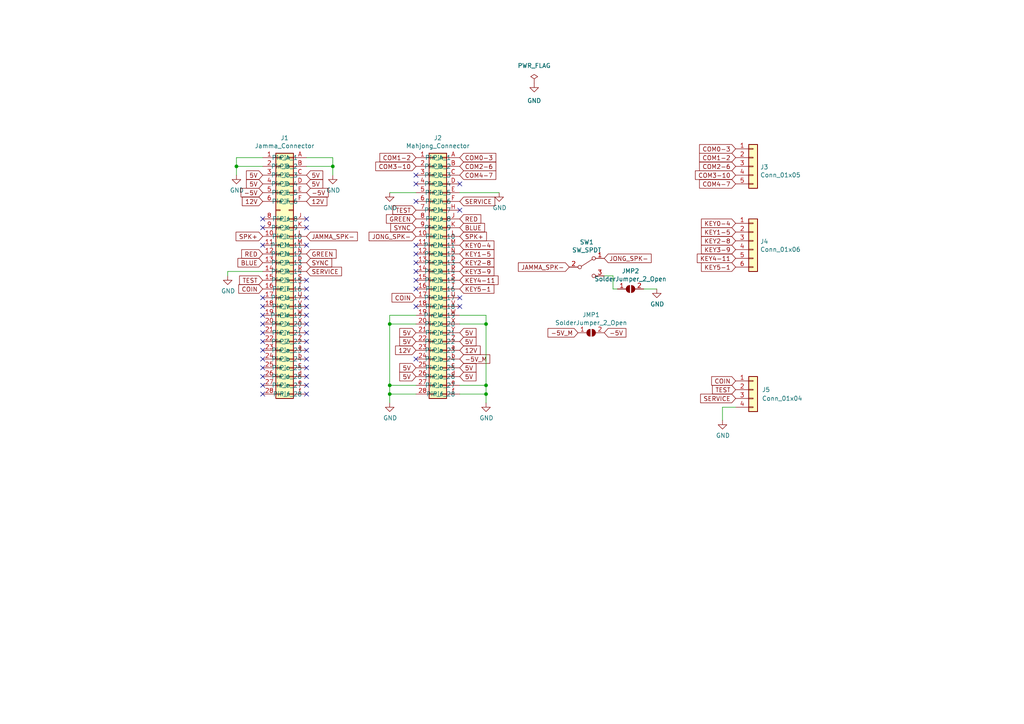
<source format=kicad_sch>
(kicad_sch (version 20211123) (generator eeschema)

  (uuid aa8e27fa-a539-467f-9f62-4d113bc8f937)

  (paper "A4")

  (lib_symbols
    (symbol "Connector_Generic:Conn_01x04" (pin_names (offset 1.016) hide) (in_bom yes) (on_board yes)
      (property "Reference" "J" (id 0) (at 0 5.08 0)
        (effects (font (size 1.27 1.27)))
      )
      (property "Value" "Conn_01x04" (id 1) (at 0 -7.62 0)
        (effects (font (size 1.27 1.27)))
      )
      (property "Footprint" "" (id 2) (at 0 0 0)
        (effects (font (size 1.27 1.27)) hide)
      )
      (property "Datasheet" "~" (id 3) (at 0 0 0)
        (effects (font (size 1.27 1.27)) hide)
      )
      (property "ki_keywords" "connector" (id 4) (at 0 0 0)
        (effects (font (size 1.27 1.27)) hide)
      )
      (property "ki_description" "Generic connector, single row, 01x04, script generated (kicad-library-utils/schlib/autogen/connector/)" (id 5) (at 0 0 0)
        (effects (font (size 1.27 1.27)) hide)
      )
      (property "ki_fp_filters" "Connector*:*_1x??_*" (id 6) (at 0 0 0)
        (effects (font (size 1.27 1.27)) hide)
      )
      (symbol "Conn_01x04_1_1"
        (rectangle (start -1.27 -4.953) (end 0 -5.207)
          (stroke (width 0.1524) (type default) (color 0 0 0 0))
          (fill (type none))
        )
        (rectangle (start -1.27 -2.413) (end 0 -2.667)
          (stroke (width 0.1524) (type default) (color 0 0 0 0))
          (fill (type none))
        )
        (rectangle (start -1.27 0.127) (end 0 -0.127)
          (stroke (width 0.1524) (type default) (color 0 0 0 0))
          (fill (type none))
        )
        (rectangle (start -1.27 2.667) (end 0 2.413)
          (stroke (width 0.1524) (type default) (color 0 0 0 0))
          (fill (type none))
        )
        (rectangle (start -1.27 3.81) (end 1.27 -6.35)
          (stroke (width 0.254) (type default) (color 0 0 0 0))
          (fill (type background))
        )
        (pin passive line (at -5.08 2.54 0) (length 3.81)
          (name "Pin_1" (effects (font (size 1.27 1.27))))
          (number "1" (effects (font (size 1.27 1.27))))
        )
        (pin passive line (at -5.08 0 0) (length 3.81)
          (name "Pin_2" (effects (font (size 1.27 1.27))))
          (number "2" (effects (font (size 1.27 1.27))))
        )
        (pin passive line (at -5.08 -2.54 0) (length 3.81)
          (name "Pin_3" (effects (font (size 1.27 1.27))))
          (number "3" (effects (font (size 1.27 1.27))))
        )
        (pin passive line (at -5.08 -5.08 0) (length 3.81)
          (name "Pin_4" (effects (font (size 1.27 1.27))))
          (number "4" (effects (font (size 1.27 1.27))))
        )
      )
    )
    (symbol "Connector_Generic:Conn_01x05" (pin_names (offset 1.016) hide) (in_bom yes) (on_board yes)
      (property "Reference" "J" (id 0) (at 0 7.62 0)
        (effects (font (size 1.27 1.27)))
      )
      (property "Value" "Conn_01x05" (id 1) (at 0 -7.62 0)
        (effects (font (size 1.27 1.27)))
      )
      (property "Footprint" "" (id 2) (at 0 0 0)
        (effects (font (size 1.27 1.27)) hide)
      )
      (property "Datasheet" "~" (id 3) (at 0 0 0)
        (effects (font (size 1.27 1.27)) hide)
      )
      (property "ki_keywords" "connector" (id 4) (at 0 0 0)
        (effects (font (size 1.27 1.27)) hide)
      )
      (property "ki_description" "Generic connector, single row, 01x05, script generated (kicad-library-utils/schlib/autogen/connector/)" (id 5) (at 0 0 0)
        (effects (font (size 1.27 1.27)) hide)
      )
      (property "ki_fp_filters" "Connector*:*_1x??_*" (id 6) (at 0 0 0)
        (effects (font (size 1.27 1.27)) hide)
      )
      (symbol "Conn_01x05_1_1"
        (rectangle (start -1.27 -4.953) (end 0 -5.207)
          (stroke (width 0.1524) (type default) (color 0 0 0 0))
          (fill (type none))
        )
        (rectangle (start -1.27 -2.413) (end 0 -2.667)
          (stroke (width 0.1524) (type default) (color 0 0 0 0))
          (fill (type none))
        )
        (rectangle (start -1.27 0.127) (end 0 -0.127)
          (stroke (width 0.1524) (type default) (color 0 0 0 0))
          (fill (type none))
        )
        (rectangle (start -1.27 2.667) (end 0 2.413)
          (stroke (width 0.1524) (type default) (color 0 0 0 0))
          (fill (type none))
        )
        (rectangle (start -1.27 5.207) (end 0 4.953)
          (stroke (width 0.1524) (type default) (color 0 0 0 0))
          (fill (type none))
        )
        (rectangle (start -1.27 6.35) (end 1.27 -6.35)
          (stroke (width 0.254) (type default) (color 0 0 0 0))
          (fill (type background))
        )
        (pin passive line (at -5.08 5.08 0) (length 3.81)
          (name "Pin_1" (effects (font (size 1.27 1.27))))
          (number "1" (effects (font (size 1.27 1.27))))
        )
        (pin passive line (at -5.08 2.54 0) (length 3.81)
          (name "Pin_2" (effects (font (size 1.27 1.27))))
          (number "2" (effects (font (size 1.27 1.27))))
        )
        (pin passive line (at -5.08 0 0) (length 3.81)
          (name "Pin_3" (effects (font (size 1.27 1.27))))
          (number "3" (effects (font (size 1.27 1.27))))
        )
        (pin passive line (at -5.08 -2.54 0) (length 3.81)
          (name "Pin_4" (effects (font (size 1.27 1.27))))
          (number "4" (effects (font (size 1.27 1.27))))
        )
        (pin passive line (at -5.08 -5.08 0) (length 3.81)
          (name "Pin_5" (effects (font (size 1.27 1.27))))
          (number "5" (effects (font (size 1.27 1.27))))
        )
      )
    )
    (symbol "Connector_Generic:Conn_01x06" (pin_names (offset 1.016) hide) (in_bom yes) (on_board yes)
      (property "Reference" "J" (id 0) (at 0 7.62 0)
        (effects (font (size 1.27 1.27)))
      )
      (property "Value" "Conn_01x06" (id 1) (at 0 -10.16 0)
        (effects (font (size 1.27 1.27)))
      )
      (property "Footprint" "" (id 2) (at 0 0 0)
        (effects (font (size 1.27 1.27)) hide)
      )
      (property "Datasheet" "~" (id 3) (at 0 0 0)
        (effects (font (size 1.27 1.27)) hide)
      )
      (property "ki_keywords" "connector" (id 4) (at 0 0 0)
        (effects (font (size 1.27 1.27)) hide)
      )
      (property "ki_description" "Generic connector, single row, 01x06, script generated (kicad-library-utils/schlib/autogen/connector/)" (id 5) (at 0 0 0)
        (effects (font (size 1.27 1.27)) hide)
      )
      (property "ki_fp_filters" "Connector*:*_1x??_*" (id 6) (at 0 0 0)
        (effects (font (size 1.27 1.27)) hide)
      )
      (symbol "Conn_01x06_1_1"
        (rectangle (start -1.27 -7.493) (end 0 -7.747)
          (stroke (width 0.1524) (type default) (color 0 0 0 0))
          (fill (type none))
        )
        (rectangle (start -1.27 -4.953) (end 0 -5.207)
          (stroke (width 0.1524) (type default) (color 0 0 0 0))
          (fill (type none))
        )
        (rectangle (start -1.27 -2.413) (end 0 -2.667)
          (stroke (width 0.1524) (type default) (color 0 0 0 0))
          (fill (type none))
        )
        (rectangle (start -1.27 0.127) (end 0 -0.127)
          (stroke (width 0.1524) (type default) (color 0 0 0 0))
          (fill (type none))
        )
        (rectangle (start -1.27 2.667) (end 0 2.413)
          (stroke (width 0.1524) (type default) (color 0 0 0 0))
          (fill (type none))
        )
        (rectangle (start -1.27 5.207) (end 0 4.953)
          (stroke (width 0.1524) (type default) (color 0 0 0 0))
          (fill (type none))
        )
        (rectangle (start -1.27 6.35) (end 1.27 -8.89)
          (stroke (width 0.254) (type default) (color 0 0 0 0))
          (fill (type background))
        )
        (pin passive line (at -5.08 5.08 0) (length 3.81)
          (name "Pin_1" (effects (font (size 1.27 1.27))))
          (number "1" (effects (font (size 1.27 1.27))))
        )
        (pin passive line (at -5.08 2.54 0) (length 3.81)
          (name "Pin_2" (effects (font (size 1.27 1.27))))
          (number "2" (effects (font (size 1.27 1.27))))
        )
        (pin passive line (at -5.08 0 0) (length 3.81)
          (name "Pin_3" (effects (font (size 1.27 1.27))))
          (number "3" (effects (font (size 1.27 1.27))))
        )
        (pin passive line (at -5.08 -2.54 0) (length 3.81)
          (name "Pin_4" (effects (font (size 1.27 1.27))))
          (number "4" (effects (font (size 1.27 1.27))))
        )
        (pin passive line (at -5.08 -5.08 0) (length 3.81)
          (name "Pin_5" (effects (font (size 1.27 1.27))))
          (number "5" (effects (font (size 1.27 1.27))))
        )
        (pin passive line (at -5.08 -7.62 0) (length 3.81)
          (name "Pin_6" (effects (font (size 1.27 1.27))))
          (number "6" (effects (font (size 1.27 1.27))))
        )
      )
    )
    (symbol "Jumper:SolderJumper_2_Open" (pin_names (offset 0) hide) (in_bom yes) (on_board yes)
      (property "Reference" "JP" (id 0) (at 0 2.032 0)
        (effects (font (size 1.27 1.27)))
      )
      (property "Value" "SolderJumper_2_Open" (id 1) (at 0 -2.54 0)
        (effects (font (size 1.27 1.27)))
      )
      (property "Footprint" "" (id 2) (at 0 0 0)
        (effects (font (size 1.27 1.27)) hide)
      )
      (property "Datasheet" "~" (id 3) (at 0 0 0)
        (effects (font (size 1.27 1.27)) hide)
      )
      (property "ki_keywords" "solder jumper SPST" (id 4) (at 0 0 0)
        (effects (font (size 1.27 1.27)) hide)
      )
      (property "ki_description" "Solder Jumper, 2-pole, open" (id 5) (at 0 0 0)
        (effects (font (size 1.27 1.27)) hide)
      )
      (property "ki_fp_filters" "SolderJumper*Open*" (id 6) (at 0 0 0)
        (effects (font (size 1.27 1.27)) hide)
      )
      (symbol "SolderJumper_2_Open_0_1"
        (arc (start -0.254 1.016) (mid -1.27 0) (end -0.254 -1.016)
          (stroke (width 0) (type default) (color 0 0 0 0))
          (fill (type none))
        )
        (arc (start -0.254 1.016) (mid -1.27 0) (end -0.254 -1.016)
          (stroke (width 0) (type default) (color 0 0 0 0))
          (fill (type outline))
        )
        (polyline
          (pts
            (xy -0.254 1.016)
            (xy -0.254 -1.016)
          )
          (stroke (width 0) (type default) (color 0 0 0 0))
          (fill (type none))
        )
        (polyline
          (pts
            (xy 0.254 1.016)
            (xy 0.254 -1.016)
          )
          (stroke (width 0) (type default) (color 0 0 0 0))
          (fill (type none))
        )
        (arc (start 0.254 -1.016) (mid 1.27 0) (end 0.254 1.016)
          (stroke (width 0) (type default) (color 0 0 0 0))
          (fill (type none))
        )
        (arc (start 0.254 -1.016) (mid 1.27 0) (end 0.254 1.016)
          (stroke (width 0) (type default) (color 0 0 0 0))
          (fill (type outline))
        )
      )
      (symbol "SolderJumper_2_Open_1_1"
        (pin passive line (at -3.81 0 0) (length 2.54)
          (name "A" (effects (font (size 1.27 1.27))))
          (number "1" (effects (font (size 1.27 1.27))))
        )
        (pin passive line (at 3.81 0 180) (length 2.54)
          (name "B" (effects (font (size 1.27 1.27))))
          (number "2" (effects (font (size 1.27 1.27))))
        )
      )
    )
    (symbol "Switch:SW_SPDT" (pin_names (offset 0) hide) (in_bom yes) (on_board yes)
      (property "Reference" "SW" (id 0) (at 0 4.318 0)
        (effects (font (size 1.27 1.27)))
      )
      (property "Value" "SW_SPDT" (id 1) (at 0 -5.08 0)
        (effects (font (size 1.27 1.27)))
      )
      (property "Footprint" "" (id 2) (at 0 0 0)
        (effects (font (size 1.27 1.27)) hide)
      )
      (property "Datasheet" "~" (id 3) (at 0 0 0)
        (effects (font (size 1.27 1.27)) hide)
      )
      (property "ki_keywords" "switch single-pole double-throw spdt ON-ON" (id 4) (at 0 0 0)
        (effects (font (size 1.27 1.27)) hide)
      )
      (property "ki_description" "Switch, single pole double throw" (id 5) (at 0 0 0)
        (effects (font (size 1.27 1.27)) hide)
      )
      (symbol "SW_SPDT_0_0"
        (circle (center -2.032 0) (radius 0.508)
          (stroke (width 0) (type default) (color 0 0 0 0))
          (fill (type none))
        )
        (circle (center 2.032 -2.54) (radius 0.508)
          (stroke (width 0) (type default) (color 0 0 0 0))
          (fill (type none))
        )
      )
      (symbol "SW_SPDT_0_1"
        (polyline
          (pts
            (xy -1.524 0.254)
            (xy 1.651 2.286)
          )
          (stroke (width 0) (type default) (color 0 0 0 0))
          (fill (type none))
        )
        (circle (center 2.032 2.54) (radius 0.508)
          (stroke (width 0) (type default) (color 0 0 0 0))
          (fill (type none))
        )
      )
      (symbol "SW_SPDT_1_1"
        (pin passive line (at 5.08 2.54 180) (length 2.54)
          (name "A" (effects (font (size 1.27 1.27))))
          (number "1" (effects (font (size 1.27 1.27))))
        )
        (pin passive line (at -5.08 0 0) (length 2.54)
          (name "B" (effects (font (size 1.27 1.27))))
          (number "2" (effects (font (size 1.27 1.27))))
        )
        (pin passive line (at 5.08 -2.54 180) (length 2.54)
          (name "C" (effects (font (size 1.27 1.27))))
          (number "3" (effects (font (size 1.27 1.27))))
        )
      )
    )
    (symbol "jamma:Jamma_Connector" (pin_names (offset 1.016)) (in_bom yes) (on_board yes)
      (property "Reference" "J" (id 0) (at 0 39.37 0)
        (effects (font (size 1.27 1.27)))
      )
      (property "Value" "Jamma_Connector" (id 1) (at 0.635 37.465 0)
        (effects (font (size 1.27 1.27)))
      )
      (property "Footprint" "" (id 2) (at -8.255 38.1 0)
        (effects (font (size 1.27 1.27)) hide)
      )
      (property "Datasheet" "" (id 3) (at -8.255 38.1 0)
        (effects (font (size 1.27 1.27)) hide)
      )
      (symbol "Jamma_Connector_1_1"
        (rectangle (start -2.54 -34.163) (end -1.27 -34.417)
          (stroke (width 0.1524) (type default) (color 0 0 0 0))
          (fill (type none))
        )
        (rectangle (start -2.54 -31.623) (end -1.27 -31.877)
          (stroke (width 0.1524) (type default) (color 0 0 0 0))
          (fill (type none))
        )
        (rectangle (start -2.54 -29.083) (end -1.27 -29.337)
          (stroke (width 0.1524) (type default) (color 0 0 0 0))
          (fill (type none))
        )
        (rectangle (start -2.54 -26.543) (end -1.27 -26.797)
          (stroke (width 0.1524) (type default) (color 0 0 0 0))
          (fill (type none))
        )
        (rectangle (start -2.54 -24.003) (end -1.27 -24.257)
          (stroke (width 0.1524) (type default) (color 0 0 0 0))
          (fill (type none))
        )
        (rectangle (start -2.54 -21.463) (end -1.27 -21.717)
          (stroke (width 0.1524) (type default) (color 0 0 0 0))
          (fill (type none))
        )
        (rectangle (start -2.54 -18.923) (end -1.27 -19.177)
          (stroke (width 0.1524) (type default) (color 0 0 0 0))
          (fill (type none))
        )
        (rectangle (start -2.54 -16.383) (end -1.27 -16.637)
          (stroke (width 0.1524) (type default) (color 0 0 0 0))
          (fill (type none))
        )
        (rectangle (start -2.54 -13.843) (end -1.27 -14.097)
          (stroke (width 0.1524) (type default) (color 0 0 0 0))
          (fill (type none))
        )
        (rectangle (start -2.54 -11.303) (end -1.27 -11.557)
          (stroke (width 0.1524) (type default) (color 0 0 0 0))
          (fill (type none))
        )
        (rectangle (start -2.54 -8.763) (end -1.27 -9.017)
          (stroke (width 0.1524) (type default) (color 0 0 0 0))
          (fill (type none))
        )
        (rectangle (start -2.54 -6.223) (end -1.27 -6.477)
          (stroke (width 0.1524) (type default) (color 0 0 0 0))
          (fill (type none))
        )
        (rectangle (start -2.54 -3.683) (end -1.27 -3.937)
          (stroke (width 0.1524) (type default) (color 0 0 0 0))
          (fill (type none))
        )
        (rectangle (start -2.54 -1.143) (end -1.27 -1.397)
          (stroke (width 0.1524) (type default) (color 0 0 0 0))
          (fill (type none))
        )
        (rectangle (start -2.54 1.397) (end -1.27 1.143)
          (stroke (width 0.1524) (type default) (color 0 0 0 0))
          (fill (type none))
        )
        (rectangle (start -2.54 3.937) (end -1.27 3.683)
          (stroke (width 0.1524) (type default) (color 0 0 0 0))
          (fill (type none))
        )
        (rectangle (start -2.54 6.477) (end -1.27 6.223)
          (stroke (width 0.1524) (type default) (color 0 0 0 0))
          (fill (type none))
        )
        (rectangle (start -2.54 9.017) (end -1.27 8.763)
          (stroke (width 0.1524) (type default) (color 0 0 0 0))
          (fill (type none))
        )
        (rectangle (start -2.54 11.557) (end -1.27 11.303)
          (stroke (width 0.1524) (type default) (color 0 0 0 0))
          (fill (type none))
        )
        (rectangle (start -2.54 14.097) (end -1.27 13.843)
          (stroke (width 0.1524) (type default) (color 0 0 0 0))
          (fill (type none))
        )
        (rectangle (start -2.54 16.637) (end -1.27 16.383)
          (stroke (width 0.1524) (type default) (color 0 0 0 0))
          (fill (type none))
        )
        (rectangle (start -2.54 19.177) (end -1.27 18.923)
          (stroke (width 0.1524) (type default) (color 0 0 0 0))
          (fill (type none))
        )
        (rectangle (start -2.54 21.717) (end -1.27 21.463)
          (stroke (width 0.1524) (type default) (color 0 0 0 0))
          (fill (type none))
        )
        (rectangle (start -2.54 24.257) (end -1.27 24.003)
          (stroke (width 0.1524) (type default) (color 0 0 0 0))
          (fill (type none))
        )
        (rectangle (start -2.54 26.797) (end -1.27 26.543)
          (stroke (width 0.1524) (type default) (color 0 0 0 0))
          (fill (type none))
        )
        (rectangle (start -2.54 29.337) (end -1.27 29.083)
          (stroke (width 0.1524) (type default) (color 0 0 0 0))
          (fill (type none))
        )
        (rectangle (start -2.54 31.877) (end -1.27 31.623)
          (stroke (width 0.1524) (type default) (color 0 0 0 0))
          (fill (type none))
        )
        (rectangle (start -2.54 34.417) (end -1.27 34.163)
          (stroke (width 0.1524) (type default) (color 0 0 0 0))
          (fill (type none))
        )
        (rectangle (start -2.54 35.56) (end 2.54 -35.56)
          (stroke (width 0.254) (type default) (color 0 0 0 0))
          (fill (type background))
        )
        (rectangle (start 2.54 -34.163) (end 1.27 -34.417)
          (stroke (width 0.1524) (type default) (color 0 0 0 0))
          (fill (type none))
        )
        (rectangle (start 2.54 -31.623) (end 1.27 -31.877)
          (stroke (width 0.1524) (type default) (color 0 0 0 0))
          (fill (type none))
        )
        (rectangle (start 2.54 -29.083) (end 1.27 -29.337)
          (stroke (width 0.1524) (type default) (color 0 0 0 0))
          (fill (type none))
        )
        (rectangle (start 2.54 -26.543) (end 1.27 -26.797)
          (stroke (width 0.1524) (type default) (color 0 0 0 0))
          (fill (type none))
        )
        (rectangle (start 2.54 -24.003) (end 1.27 -24.257)
          (stroke (width 0.1524) (type default) (color 0 0 0 0))
          (fill (type none))
        )
        (rectangle (start 2.54 -21.463) (end 1.27 -21.717)
          (stroke (width 0.1524) (type default) (color 0 0 0 0))
          (fill (type none))
        )
        (rectangle (start 2.54 -18.923) (end 1.27 -19.177)
          (stroke (width 0.1524) (type default) (color 0 0 0 0))
          (fill (type none))
        )
        (rectangle (start 2.54 -16.383) (end 1.27 -16.637)
          (stroke (width 0.1524) (type default) (color 0 0 0 0))
          (fill (type none))
        )
        (rectangle (start 2.54 -13.843) (end 1.27 -14.097)
          (stroke (width 0.1524) (type default) (color 0 0 0 0))
          (fill (type none))
        )
        (rectangle (start 2.54 -11.303) (end 1.27 -11.557)
          (stroke (width 0.1524) (type default) (color 0 0 0 0))
          (fill (type none))
        )
        (rectangle (start 2.54 -8.763) (end 1.27 -9.017)
          (stroke (width 0.1524) (type default) (color 0 0 0 0))
          (fill (type none))
        )
        (rectangle (start 2.54 -6.223) (end 1.27 -6.477)
          (stroke (width 0.1524) (type default) (color 0 0 0 0))
          (fill (type none))
        )
        (rectangle (start 2.54 -3.683) (end 1.27 -3.937)
          (stroke (width 0.1524) (type default) (color 0 0 0 0))
          (fill (type none))
        )
        (rectangle (start 2.54 -1.143) (end 1.27 -1.397)
          (stroke (width 0.1524) (type default) (color 0 0 0 0))
          (fill (type none))
        )
        (rectangle (start 2.54 1.397) (end 1.27 1.143)
          (stroke (width 0.1524) (type default) (color 0 0 0 0))
          (fill (type none))
        )
        (rectangle (start 2.54 3.937) (end 1.27 3.683)
          (stroke (width 0.1524) (type default) (color 0 0 0 0))
          (fill (type none))
        )
        (rectangle (start 2.54 6.477) (end 1.27 6.223)
          (stroke (width 0.1524) (type default) (color 0 0 0 0))
          (fill (type none))
        )
        (rectangle (start 2.54 9.017) (end 1.27 8.763)
          (stroke (width 0.1524) (type default) (color 0 0 0 0))
          (fill (type none))
        )
        (rectangle (start 2.54 11.557) (end 1.27 11.303)
          (stroke (width 0.1524) (type default) (color 0 0 0 0))
          (fill (type none))
        )
        (rectangle (start 2.54 14.097) (end 1.27 13.843)
          (stroke (width 0.1524) (type default) (color 0 0 0 0))
          (fill (type none))
        )
        (rectangle (start 2.54 16.637) (end 1.27 16.383)
          (stroke (width 0.1524) (type default) (color 0 0 0 0))
          (fill (type none))
        )
        (rectangle (start 2.54 19.177) (end 1.27 18.923)
          (stroke (width 0.1524) (type default) (color 0 0 0 0))
          (fill (type none))
        )
        (rectangle (start 2.54 21.717) (end 1.27 21.463)
          (stroke (width 0.1524) (type default) (color 0 0 0 0))
          (fill (type none))
        )
        (rectangle (start 2.54 24.257) (end 1.27 24.003)
          (stroke (width 0.1524) (type default) (color 0 0 0 0))
          (fill (type none))
        )
        (rectangle (start 2.54 26.797) (end 1.27 26.543)
          (stroke (width 0.1524) (type default) (color 0 0 0 0))
          (fill (type none))
        )
        (rectangle (start 2.54 29.337) (end 1.27 29.083)
          (stroke (width 0.1524) (type default) (color 0 0 0 0))
          (fill (type none))
        )
        (rectangle (start 2.54 31.877) (end 1.27 31.623)
          (stroke (width 0.1524) (type default) (color 0 0 0 0))
          (fill (type none))
        )
        (rectangle (start 2.54 34.417) (end 1.27 34.163)
          (stroke (width 0.1524) (type default) (color 0 0 0 0))
          (fill (type none))
        )
        (pin passive line (at -6.35 34.29 0) (length 3.81)
          (name "Pin_1" (effects (font (size 1.27 1.27))))
          (number "1" (effects (font (size 1.27 1.27))))
        )
        (pin passive line (at -6.35 11.43 0) (length 3.81)
          (name "Pin_10" (effects (font (size 1.27 1.27))))
          (number "10" (effects (font (size 1.27 1.27))))
        )
        (pin passive line (at -6.35 8.89 0) (length 3.81)
          (name "Pin_11" (effects (font (size 1.27 1.27))))
          (number "11" (effects (font (size 1.27 1.27))))
        )
        (pin passive line (at -6.35 6.35 0) (length 3.81)
          (name "Pin_12" (effects (font (size 1.27 1.27))))
          (number "12" (effects (font (size 1.27 1.27))))
        )
        (pin passive line (at -6.35 3.81 0) (length 3.81)
          (name "Pin_13" (effects (font (size 1.27 1.27))))
          (number "13" (effects (font (size 1.27 1.27))))
        )
        (pin passive line (at -6.35 1.27 0) (length 3.81)
          (name "Pin_14" (effects (font (size 1.27 1.27))))
          (number "14" (effects (font (size 1.27 1.27))))
        )
        (pin passive line (at -6.35 -1.27 0) (length 3.81)
          (name "Pin_15" (effects (font (size 1.27 1.27))))
          (number "15" (effects (font (size 1.27 1.27))))
        )
        (pin passive line (at -6.35 -3.81 0) (length 3.81)
          (name "Pin_16" (effects (font (size 1.27 1.27))))
          (number "16" (effects (font (size 1.27 1.27))))
        )
        (pin passive line (at -6.35 -6.35 0) (length 3.81)
          (name "Pin_17" (effects (font (size 1.27 1.27))))
          (number "17" (effects (font (size 1.27 1.27))))
        )
        (pin passive line (at -6.35 -8.89 0) (length 3.81)
          (name "Pin_18" (effects (font (size 1.27 1.27))))
          (number "18" (effects (font (size 1.27 1.27))))
        )
        (pin passive line (at -6.35 -11.43 0) (length 3.81)
          (name "Pin_19" (effects (font (size 1.27 1.27))))
          (number "19" (effects (font (size 1.27 1.27))))
        )
        (pin passive line (at -6.35 31.75 0) (length 3.81)
          (name "Pin_2" (effects (font (size 1.27 1.27))))
          (number "2" (effects (font (size 1.27 1.27))))
        )
        (pin passive line (at -6.35 -13.97 0) (length 3.81)
          (name "Pin_20" (effects (font (size 1.27 1.27))))
          (number "20" (effects (font (size 1.27 1.27))))
        )
        (pin passive line (at -6.35 -16.51 0) (length 3.81)
          (name "Pin_21" (effects (font (size 1.27 1.27))))
          (number "21" (effects (font (size 1.27 1.27))))
        )
        (pin passive line (at -6.35 -19.05 0) (length 3.81)
          (name "Pin_22" (effects (font (size 1.27 1.27))))
          (number "22" (effects (font (size 1.27 1.27))))
        )
        (pin passive line (at -6.35 -21.59 0) (length 3.81)
          (name "Pin_23" (effects (font (size 1.27 1.27))))
          (number "23" (effects (font (size 1.27 1.27))))
        )
        (pin passive line (at -6.35 -24.13 0) (length 3.81)
          (name "Pin_24" (effects (font (size 1.27 1.27))))
          (number "24" (effects (font (size 1.27 1.27))))
        )
        (pin passive line (at -6.35 -26.67 0) (length 3.81)
          (name "Pin_25" (effects (font (size 1.27 1.27))))
          (number "25" (effects (font (size 1.27 1.27))))
        )
        (pin passive line (at -6.35 -29.21 0) (length 3.81)
          (name "Pin_26" (effects (font (size 1.27 1.27))))
          (number "26" (effects (font (size 1.27 1.27))))
        )
        (pin passive line (at -6.35 -31.75 0) (length 3.81)
          (name "Pin_27" (effects (font (size 1.27 1.27))))
          (number "27" (effects (font (size 1.27 1.27))))
        )
        (pin passive line (at -6.35 -34.29 0) (length 3.81)
          (name "Pin_28" (effects (font (size 1.27 1.27))))
          (number "28" (effects (font (size 1.27 1.27))))
        )
        (pin passive line (at -6.35 29.21 0) (length 3.81)
          (name "Pin_3" (effects (font (size 1.27 1.27))))
          (number "3" (effects (font (size 1.27 1.27))))
        )
        (pin passive line (at -6.35 26.67 0) (length 3.81)
          (name "Pin_4" (effects (font (size 1.27 1.27))))
          (number "4" (effects (font (size 1.27 1.27))))
        )
        (pin passive line (at -6.35 24.13 0) (length 3.81)
          (name "Pin_5" (effects (font (size 1.27 1.27))))
          (number "5" (effects (font (size 1.27 1.27))))
        )
        (pin passive line (at -6.35 21.59 0) (length 3.81)
          (name "Pin_6" (effects (font (size 1.27 1.27))))
          (number "6" (effects (font (size 1.27 1.27))))
        )
        (pin passive line (at -6.35 16.51 0) (length 3.81)
          (name "Pin_8" (effects (font (size 1.27 1.27))))
          (number "8" (effects (font (size 1.27 1.27))))
        )
        (pin passive line (at -6.35 13.97 0) (length 3.81)
          (name "Pin_9" (effects (font (size 1.27 1.27))))
          (number "9" (effects (font (size 1.27 1.27))))
        )
        (pin passive line (at 6.35 34.29 180) (length 3.81)
          (name "Pin_A" (effects (font (size 1.27 1.27))))
          (number "A" (effects (font (size 1.27 1.27))))
        )
        (pin passive line (at 6.35 31.75 180) (length 3.81)
          (name "Pin_B" (effects (font (size 1.27 1.27))))
          (number "B" (effects (font (size 1.27 1.27))))
        )
        (pin passive line (at 6.35 29.21 180) (length 3.81)
          (name "Pin_C" (effects (font (size 1.27 1.27))))
          (number "C" (effects (font (size 1.27 1.27))))
        )
        (pin passive line (at 6.35 26.67 180) (length 3.81)
          (name "Pin_D" (effects (font (size 1.27 1.27))))
          (number "D" (effects (font (size 1.27 1.27))))
        )
        (pin passive line (at 6.35 24.13 180) (length 3.81)
          (name "Pin_E" (effects (font (size 1.27 1.27))))
          (number "E" (effects (font (size 1.27 1.27))))
        )
        (pin passive line (at 6.35 21.59 180) (length 3.81)
          (name "Pin_F" (effects (font (size 1.27 1.27))))
          (number "F" (effects (font (size 1.27 1.27))))
        )
        (pin passive line (at 6.35 16.51 180) (length 3.81)
          (name "Pin_J" (effects (font (size 1.27 1.27))))
          (number "J" (effects (font (size 1.27 1.27))))
        )
        (pin passive line (at 6.35 13.97 180) (length 3.81)
          (name "Pin_K" (effects (font (size 1.27 1.27))))
          (number "K" (effects (font (size 1.27 1.27))))
        )
        (pin passive line (at 6.35 11.43 180) (length 3.81)
          (name "Pin_L" (effects (font (size 1.27 1.27))))
          (number "L" (effects (font (size 1.27 1.27))))
        )
        (pin passive line (at 6.35 8.89 180) (length 3.81)
          (name "Pin_M" (effects (font (size 1.27 1.27))))
          (number "M" (effects (font (size 1.27 1.27))))
        )
        (pin passive line (at 6.35 6.35 180) (length 3.81)
          (name "Pin_N" (effects (font (size 1.27 1.27))))
          (number "N" (effects (font (size 1.27 1.27))))
        )
        (pin passive line (at 6.35 3.81 180) (length 3.81)
          (name "Pin_P" (effects (font (size 1.27 1.27))))
          (number "P" (effects (font (size 1.27 1.27))))
        )
        (pin passive line (at 6.35 1.27 180) (length 3.81)
          (name "Pin_R" (effects (font (size 1.27 1.27))))
          (number "R" (effects (font (size 1.27 1.27))))
        )
        (pin passive line (at 6.35 -1.27 180) (length 3.81)
          (name "Pin_S" (effects (font (size 1.27 1.27))))
          (number "S" (effects (font (size 1.27 1.27))))
        )
        (pin passive line (at 6.35 -3.81 180) (length 3.81)
          (name "Pin_T" (effects (font (size 1.27 1.27))))
          (number "T" (effects (font (size 1.27 1.27))))
        )
        (pin passive line (at 6.35 -6.35 180) (length 3.81)
          (name "Pin_U" (effects (font (size 1.27 1.27))))
          (number "U" (effects (font (size 1.27 1.27))))
        )
        (pin passive line (at 6.35 -8.89 180) (length 3.81)
          (name "Pin_V" (effects (font (size 1.27 1.27))))
          (number "V" (effects (font (size 1.27 1.27))))
        )
        (pin passive line (at 6.35 -11.43 180) (length 3.81)
          (name "Pin_W" (effects (font (size 1.27 1.27))))
          (number "W" (effects (font (size 1.27 1.27))))
        )
        (pin passive line (at 6.35 -13.97 180) (length 3.81)
          (name "Pin_X" (effects (font (size 1.27 1.27))))
          (number "X" (effects (font (size 1.27 1.27))))
        )
        (pin passive line (at 6.35 -16.51 180) (length 3.81)
          (name "Pin_Y" (effects (font (size 1.27 1.27))))
          (number "Y" (effects (font (size 1.27 1.27))))
        )
        (pin passive line (at 6.35 -19.05 180) (length 3.81)
          (name "Pin_Z" (effects (font (size 1.27 1.27))))
          (number "Z" (effects (font (size 1.27 1.27))))
        )
        (pin passive line (at 6.35 -21.59 180) (length 3.81)
          (name "Pin_a" (effects (font (size 1.27 1.27))))
          (number "a" (effects (font (size 1.27 1.27))))
        )
        (pin passive line (at 6.35 -24.13 180) (length 3.81)
          (name "Pin_b" (effects (font (size 1.27 1.27))))
          (number "b" (effects (font (size 1.27 1.27))))
        )
        (pin passive line (at 6.35 -26.67 180) (length 3.81)
          (name "Pin_c" (effects (font (size 1.27 1.27))))
          (number "c" (effects (font (size 1.27 1.27))))
        )
        (pin passive line (at 6.35 -29.21 180) (length 3.81)
          (name "Pin_d" (effects (font (size 1.27 1.27))))
          (number "d" (effects (font (size 1.27 1.27))))
        )
        (pin passive line (at 6.35 -31.75 180) (length 3.81)
          (name "Pin_e" (effects (font (size 1.27 1.27))))
          (number "e" (effects (font (size 1.27 1.27))))
        )
        (pin passive line (at 6.35 -34.29 180) (length 3.81)
          (name "Pin_f" (effects (font (size 1.27 1.27))))
          (number "f" (effects (font (size 1.27 1.27))))
        )
      )
    )
    (symbol "jamma:Mahjong_Connector" (pin_names (offset 1.016)) (in_bom yes) (on_board yes)
      (property "Reference" "J" (id 0) (at 0 39.37 0)
        (effects (font (size 1.27 1.27)))
      )
      (property "Value" "Mahjong_Connector" (id 1) (at 0.635 37.465 0)
        (effects (font (size 1.27 1.27)))
      )
      (property "Footprint" "" (id 2) (at -8.255 38.1 0)
        (effects (font (size 1.27 1.27)) hide)
      )
      (property "Datasheet" "" (id 3) (at -8.255 38.1 0)
        (effects (font (size 1.27 1.27)) hide)
      )
      (symbol "Mahjong_Connector_1_1"
        (rectangle (start -2.54 -34.163) (end -1.27 -34.417)
          (stroke (width 0.1524) (type default) (color 0 0 0 0))
          (fill (type none))
        )
        (rectangle (start -2.54 -31.623) (end -1.27 -31.877)
          (stroke (width 0.1524) (type default) (color 0 0 0 0))
          (fill (type none))
        )
        (rectangle (start -2.54 -29.083) (end -1.27 -29.337)
          (stroke (width 0.1524) (type default) (color 0 0 0 0))
          (fill (type none))
        )
        (rectangle (start -2.54 -26.543) (end -1.27 -26.797)
          (stroke (width 0.1524) (type default) (color 0 0 0 0))
          (fill (type none))
        )
        (rectangle (start -2.54 -24.003) (end -1.27 -24.257)
          (stroke (width 0.1524) (type default) (color 0 0 0 0))
          (fill (type none))
        )
        (rectangle (start -2.54 -21.463) (end -1.27 -21.717)
          (stroke (width 0.1524) (type default) (color 0 0 0 0))
          (fill (type none))
        )
        (rectangle (start -2.54 -18.923) (end -1.27 -19.177)
          (stroke (width 0.1524) (type default) (color 0 0 0 0))
          (fill (type none))
        )
        (rectangle (start -2.54 -16.383) (end -1.27 -16.637)
          (stroke (width 0.1524) (type default) (color 0 0 0 0))
          (fill (type none))
        )
        (rectangle (start -2.54 -13.843) (end -1.27 -14.097)
          (stroke (width 0.1524) (type default) (color 0 0 0 0))
          (fill (type none))
        )
        (rectangle (start -2.54 -11.303) (end -1.27 -11.557)
          (stroke (width 0.1524) (type default) (color 0 0 0 0))
          (fill (type none))
        )
        (rectangle (start -2.54 -8.763) (end -1.27 -9.017)
          (stroke (width 0.1524) (type default) (color 0 0 0 0))
          (fill (type none))
        )
        (rectangle (start -2.54 -6.223) (end -1.27 -6.477)
          (stroke (width 0.1524) (type default) (color 0 0 0 0))
          (fill (type none))
        )
        (rectangle (start -2.54 -3.683) (end -1.27 -3.937)
          (stroke (width 0.1524) (type default) (color 0 0 0 0))
          (fill (type none))
        )
        (rectangle (start -2.54 -1.143) (end -1.27 -1.397)
          (stroke (width 0.1524) (type default) (color 0 0 0 0))
          (fill (type none))
        )
        (rectangle (start -2.54 1.397) (end -1.27 1.143)
          (stroke (width 0.1524) (type default) (color 0 0 0 0))
          (fill (type none))
        )
        (rectangle (start -2.54 3.937) (end -1.27 3.683)
          (stroke (width 0.1524) (type default) (color 0 0 0 0))
          (fill (type none))
        )
        (rectangle (start -2.54 6.477) (end -1.27 6.223)
          (stroke (width 0.1524) (type default) (color 0 0 0 0))
          (fill (type none))
        )
        (rectangle (start -2.54 9.017) (end -1.27 8.763)
          (stroke (width 0.1524) (type default) (color 0 0 0 0))
          (fill (type none))
        )
        (rectangle (start -2.54 11.557) (end -1.27 11.303)
          (stroke (width 0.1524) (type default) (color 0 0 0 0))
          (fill (type none))
        )
        (rectangle (start -2.54 14.097) (end -1.27 13.843)
          (stroke (width 0.1524) (type default) (color 0 0 0 0))
          (fill (type none))
        )
        (rectangle (start -2.54 16.637) (end -1.27 16.383)
          (stroke (width 0.1524) (type default) (color 0 0 0 0))
          (fill (type none))
        )
        (rectangle (start -2.54 19.177) (end -1.27 18.923)
          (stroke (width 0.1524) (type default) (color 0 0 0 0))
          (fill (type none))
        )
        (rectangle (start -2.54 21.717) (end -1.27 21.463)
          (stroke (width 0.1524) (type default) (color 0 0 0 0))
          (fill (type none))
        )
        (rectangle (start -2.54 24.257) (end -1.27 24.003)
          (stroke (width 0.1524) (type default) (color 0 0 0 0))
          (fill (type none))
        )
        (rectangle (start -2.54 26.797) (end -1.27 26.543)
          (stroke (width 0.1524) (type default) (color 0 0 0 0))
          (fill (type none))
        )
        (rectangle (start -2.54 29.337) (end -1.27 29.083)
          (stroke (width 0.1524) (type default) (color 0 0 0 0))
          (fill (type none))
        )
        (rectangle (start -2.54 31.877) (end -1.27 31.623)
          (stroke (width 0.1524) (type default) (color 0 0 0 0))
          (fill (type none))
        )
        (rectangle (start -2.54 34.417) (end -1.27 34.163)
          (stroke (width 0.1524) (type default) (color 0 0 0 0))
          (fill (type none))
        )
        (rectangle (start -2.54 35.56) (end 2.54 -35.56)
          (stroke (width 0.254) (type default) (color 0 0 0 0))
          (fill (type background))
        )
        (rectangle (start 2.54 -34.163) (end 1.27 -34.417)
          (stroke (width 0.1524) (type default) (color 0 0 0 0))
          (fill (type none))
        )
        (rectangle (start 2.54 -31.623) (end 1.27 -31.877)
          (stroke (width 0.1524) (type default) (color 0 0 0 0))
          (fill (type none))
        )
        (rectangle (start 2.54 -29.083) (end 1.27 -29.337)
          (stroke (width 0.1524) (type default) (color 0 0 0 0))
          (fill (type none))
        )
        (rectangle (start 2.54 -26.543) (end 1.27 -26.797)
          (stroke (width 0.1524) (type default) (color 0 0 0 0))
          (fill (type none))
        )
        (rectangle (start 2.54 -24.003) (end 1.27 -24.257)
          (stroke (width 0.1524) (type default) (color 0 0 0 0))
          (fill (type none))
        )
        (rectangle (start 2.54 -21.463) (end 1.27 -21.717)
          (stroke (width 0.1524) (type default) (color 0 0 0 0))
          (fill (type none))
        )
        (rectangle (start 2.54 -18.923) (end 1.27 -19.177)
          (stroke (width 0.1524) (type default) (color 0 0 0 0))
          (fill (type none))
        )
        (rectangle (start 2.54 -16.383) (end 1.27 -16.637)
          (stroke (width 0.1524) (type default) (color 0 0 0 0))
          (fill (type none))
        )
        (rectangle (start 2.54 -13.843) (end 1.27 -14.097)
          (stroke (width 0.1524) (type default) (color 0 0 0 0))
          (fill (type none))
        )
        (rectangle (start 2.54 -11.303) (end 1.27 -11.557)
          (stroke (width 0.1524) (type default) (color 0 0 0 0))
          (fill (type none))
        )
        (rectangle (start 2.54 -8.763) (end 1.27 -9.017)
          (stroke (width 0.1524) (type default) (color 0 0 0 0))
          (fill (type none))
        )
        (rectangle (start 2.54 -6.223) (end 1.27 -6.477)
          (stroke (width 0.1524) (type default) (color 0 0 0 0))
          (fill (type none))
        )
        (rectangle (start 2.54 -3.683) (end 1.27 -3.937)
          (stroke (width 0.1524) (type default) (color 0 0 0 0))
          (fill (type none))
        )
        (rectangle (start 2.54 -1.143) (end 1.27 -1.397)
          (stroke (width 0.1524) (type default) (color 0 0 0 0))
          (fill (type none))
        )
        (rectangle (start 2.54 1.397) (end 1.27 1.143)
          (stroke (width 0.1524) (type default) (color 0 0 0 0))
          (fill (type none))
        )
        (rectangle (start 2.54 3.937) (end 1.27 3.683)
          (stroke (width 0.1524) (type default) (color 0 0 0 0))
          (fill (type none))
        )
        (rectangle (start 2.54 6.477) (end 1.27 6.223)
          (stroke (width 0.1524) (type default) (color 0 0 0 0))
          (fill (type none))
        )
        (rectangle (start 2.54 9.017) (end 1.27 8.763)
          (stroke (width 0.1524) (type default) (color 0 0 0 0))
          (fill (type none))
        )
        (rectangle (start 2.54 11.557) (end 1.27 11.303)
          (stroke (width 0.1524) (type default) (color 0 0 0 0))
          (fill (type none))
        )
        (rectangle (start 2.54 14.097) (end 1.27 13.843)
          (stroke (width 0.1524) (type default) (color 0 0 0 0))
          (fill (type none))
        )
        (rectangle (start 2.54 16.637) (end 1.27 16.383)
          (stroke (width 0.1524) (type default) (color 0 0 0 0))
          (fill (type none))
        )
        (rectangle (start 2.54 19.177) (end 1.27 18.923)
          (stroke (width 0.1524) (type default) (color 0 0 0 0))
          (fill (type none))
        )
        (rectangle (start 2.54 21.717) (end 1.27 21.463)
          (stroke (width 0.1524) (type default) (color 0 0 0 0))
          (fill (type none))
        )
        (rectangle (start 2.54 24.257) (end 1.27 24.003)
          (stroke (width 0.1524) (type default) (color 0 0 0 0))
          (fill (type none))
        )
        (rectangle (start 2.54 26.797) (end 1.27 26.543)
          (stroke (width 0.1524) (type default) (color 0 0 0 0))
          (fill (type none))
        )
        (rectangle (start 2.54 29.337) (end 1.27 29.083)
          (stroke (width 0.1524) (type default) (color 0 0 0 0))
          (fill (type none))
        )
        (rectangle (start 2.54 31.877) (end 1.27 31.623)
          (stroke (width 0.1524) (type default) (color 0 0 0 0))
          (fill (type none))
        )
        (rectangle (start 2.54 34.417) (end 1.27 34.163)
          (stroke (width 0.1524) (type default) (color 0 0 0 0))
          (fill (type none))
        )
        (pin passive line (at -6.35 34.29 0) (length 3.81)
          (name "Pin_1" (effects (font (size 1.27 1.27))))
          (number "1" (effects (font (size 1.27 1.27))))
        )
        (pin passive line (at -6.35 11.43 0) (length 3.81)
          (name "Pin_10" (effects (font (size 1.27 1.27))))
          (number "10" (effects (font (size 1.27 1.27))))
        )
        (pin passive line (at -6.35 8.89 0) (length 3.81)
          (name "Pin_11" (effects (font (size 1.27 1.27))))
          (number "11" (effects (font (size 1.27 1.27))))
        )
        (pin passive line (at -6.35 6.35 0) (length 3.81)
          (name "Pin_12" (effects (font (size 1.27 1.27))))
          (number "12" (effects (font (size 1.27 1.27))))
        )
        (pin passive line (at -6.35 3.81 0) (length 3.81)
          (name "Pin_13" (effects (font (size 1.27 1.27))))
          (number "13" (effects (font (size 1.27 1.27))))
        )
        (pin passive line (at -6.35 1.27 0) (length 3.81)
          (name "Pin_14" (effects (font (size 1.27 1.27))))
          (number "14" (effects (font (size 1.27 1.27))))
        )
        (pin passive line (at -6.35 -1.27 0) (length 3.81)
          (name "Pin_15" (effects (font (size 1.27 1.27))))
          (number "15" (effects (font (size 1.27 1.27))))
        )
        (pin passive line (at -6.35 -3.81 0) (length 3.81)
          (name "Pin_16" (effects (font (size 1.27 1.27))))
          (number "16" (effects (font (size 1.27 1.27))))
        )
        (pin passive line (at -6.35 -6.35 0) (length 3.81)
          (name "Pin_17" (effects (font (size 1.27 1.27))))
          (number "17" (effects (font (size 1.27 1.27))))
        )
        (pin passive line (at -6.35 -8.89 0) (length 3.81)
          (name "Pin_18" (effects (font (size 1.27 1.27))))
          (number "18" (effects (font (size 1.27 1.27))))
        )
        (pin passive line (at -6.35 -11.43 0) (length 3.81)
          (name "Pin_19" (effects (font (size 1.27 1.27))))
          (number "19" (effects (font (size 1.27 1.27))))
        )
        (pin passive line (at -6.35 31.75 0) (length 3.81)
          (name "Pin_2" (effects (font (size 1.27 1.27))))
          (number "2" (effects (font (size 1.27 1.27))))
        )
        (pin passive line (at -6.35 -13.97 0) (length 3.81)
          (name "Pin_20" (effects (font (size 1.27 1.27))))
          (number "20" (effects (font (size 1.27 1.27))))
        )
        (pin passive line (at -6.35 -16.51 0) (length 3.81)
          (name "Pin_21" (effects (font (size 1.27 1.27))))
          (number "21" (effects (font (size 1.27 1.27))))
        )
        (pin passive line (at -6.35 -19.05 0) (length 3.81)
          (name "Pin_22" (effects (font (size 1.27 1.27))))
          (number "22" (effects (font (size 1.27 1.27))))
        )
        (pin passive line (at -6.35 -21.59 0) (length 3.81)
          (name "Pin_23" (effects (font (size 1.27 1.27))))
          (number "23" (effects (font (size 1.27 1.27))))
        )
        (pin passive line (at -6.35 -24.13 0) (length 3.81)
          (name "Pin_24" (effects (font (size 1.27 1.27))))
          (number "24" (effects (font (size 1.27 1.27))))
        )
        (pin passive line (at -6.35 -26.67 0) (length 3.81)
          (name "Pin_25" (effects (font (size 1.27 1.27))))
          (number "25" (effects (font (size 1.27 1.27))))
        )
        (pin passive line (at -6.35 -29.21 0) (length 3.81)
          (name "Pin_26" (effects (font (size 1.27 1.27))))
          (number "26" (effects (font (size 1.27 1.27))))
        )
        (pin passive line (at -6.35 -31.75 0) (length 3.81)
          (name "Pin_27" (effects (font (size 1.27 1.27))))
          (number "27" (effects (font (size 1.27 1.27))))
        )
        (pin passive line (at -6.35 -34.29 0) (length 3.81)
          (name "Pin_28" (effects (font (size 1.27 1.27))))
          (number "28" (effects (font (size 1.27 1.27))))
        )
        (pin passive line (at -6.35 29.21 0) (length 3.81)
          (name "Pin_3" (effects (font (size 1.27 1.27))))
          (number "3" (effects (font (size 1.27 1.27))))
        )
        (pin passive line (at -6.35 26.67 0) (length 3.81)
          (name "Pin_4" (effects (font (size 1.27 1.27))))
          (number "4" (effects (font (size 1.27 1.27))))
        )
        (pin passive line (at -6.35 24.13 0) (length 3.81)
          (name "Pin_5" (effects (font (size 1.27 1.27))))
          (number "5" (effects (font (size 1.27 1.27))))
        )
        (pin passive line (at -6.35 21.59 0) (length 3.81)
          (name "Pin_6" (effects (font (size 1.27 1.27))))
          (number "6" (effects (font (size 1.27 1.27))))
        )
        (pin passive line (at -6.35 19.05 0) (length 3.81)
          (name "Pin_7" (effects (font (size 1.27 1.27))))
          (number "7" (effects (font (size 1.27 1.27))))
        )
        (pin passive line (at -6.35 16.51 0) (length 3.81)
          (name "Pin_8" (effects (font (size 1.27 1.27))))
          (number "8" (effects (font (size 1.27 1.27))))
        )
        (pin passive line (at -6.35 13.97 0) (length 3.81)
          (name "Pin_9" (effects (font (size 1.27 1.27))))
          (number "9" (effects (font (size 1.27 1.27))))
        )
        (pin passive line (at 6.35 34.29 180) (length 3.81)
          (name "Pin_A" (effects (font (size 1.27 1.27))))
          (number "A" (effects (font (size 1.27 1.27))))
        )
        (pin passive line (at 6.35 31.75 180) (length 3.81)
          (name "Pin_B" (effects (font (size 1.27 1.27))))
          (number "B" (effects (font (size 1.27 1.27))))
        )
        (pin passive line (at 6.35 29.21 180) (length 3.81)
          (name "Pin_C" (effects (font (size 1.27 1.27))))
          (number "C" (effects (font (size 1.27 1.27))))
        )
        (pin passive line (at 6.35 26.67 180) (length 3.81)
          (name "Pin_D" (effects (font (size 1.27 1.27))))
          (number "D" (effects (font (size 1.27 1.27))))
        )
        (pin passive line (at 6.35 24.13 180) (length 3.81)
          (name "Pin_E" (effects (font (size 1.27 1.27))))
          (number "E" (effects (font (size 1.27 1.27))))
        )
        (pin passive line (at 6.35 21.59 180) (length 3.81)
          (name "Pin_F" (effects (font (size 1.27 1.27))))
          (number "F" (effects (font (size 1.27 1.27))))
        )
        (pin passive line (at 6.35 19.05 180) (length 3.81)
          (name "Pin_H" (effects (font (size 1.27 1.27))))
          (number "H" (effects (font (size 1.27 1.27))))
        )
        (pin passive line (at 6.35 16.51 180) (length 3.81)
          (name "Pin_J" (effects (font (size 1.27 1.27))))
          (number "J" (effects (font (size 1.27 1.27))))
        )
        (pin passive line (at 6.35 13.97 180) (length 3.81)
          (name "Pin_K" (effects (font (size 1.27 1.27))))
          (number "K" (effects (font (size 1.27 1.27))))
        )
        (pin passive line (at 6.35 11.43 180) (length 3.81)
          (name "Pin_L" (effects (font (size 1.27 1.27))))
          (number "L" (effects (font (size 1.27 1.27))))
        )
        (pin passive line (at 6.35 8.89 180) (length 3.81)
          (name "Pin_M" (effects (font (size 1.27 1.27))))
          (number "M" (effects (font (size 1.27 1.27))))
        )
        (pin passive line (at 6.35 6.35 180) (length 3.81)
          (name "Pin_N" (effects (font (size 1.27 1.27))))
          (number "N" (effects (font (size 1.27 1.27))))
        )
        (pin passive line (at 6.35 3.81 180) (length 3.81)
          (name "Pin_P" (effects (font (size 1.27 1.27))))
          (number "P" (effects (font (size 1.27 1.27))))
        )
        (pin passive line (at 6.35 1.27 180) (length 3.81)
          (name "Pin_R" (effects (font (size 1.27 1.27))))
          (number "R" (effects (font (size 1.27 1.27))))
        )
        (pin passive line (at 6.35 -1.27 180) (length 3.81)
          (name "Pin_S" (effects (font (size 1.27 1.27))))
          (number "S" (effects (font (size 1.27 1.27))))
        )
        (pin passive line (at 6.35 -3.81 180) (length 3.81)
          (name "Pin_T" (effects (font (size 1.27 1.27))))
          (number "T" (effects (font (size 1.27 1.27))))
        )
        (pin passive line (at 6.35 -6.35 180) (length 3.81)
          (name "Pin_U" (effects (font (size 1.27 1.27))))
          (number "U" (effects (font (size 1.27 1.27))))
        )
        (pin passive line (at 6.35 -8.89 180) (length 3.81)
          (name "Pin_V" (effects (font (size 1.27 1.27))))
          (number "V" (effects (font (size 1.27 1.27))))
        )
        (pin passive line (at 6.35 -11.43 180) (length 3.81)
          (name "Pin_W" (effects (font (size 1.27 1.27))))
          (number "W" (effects (font (size 1.27 1.27))))
        )
        (pin passive line (at 6.35 -13.97 180) (length 3.81)
          (name "Pin_X" (effects (font (size 1.27 1.27))))
          (number "X" (effects (font (size 1.27 1.27))))
        )
        (pin passive line (at 6.35 -16.51 180) (length 3.81)
          (name "Pin_Y" (effects (font (size 1.27 1.27))))
          (number "Y" (effects (font (size 1.27 1.27))))
        )
        (pin passive line (at 6.35 -19.05 180) (length 3.81)
          (name "Pin_Z" (effects (font (size 1.27 1.27))))
          (number "Z" (effects (font (size 1.27 1.27))))
        )
        (pin passive line (at 6.35 -21.59 180) (length 3.81)
          (name "Pin_a" (effects (font (size 1.27 1.27))))
          (number "a" (effects (font (size 1.27 1.27))))
        )
        (pin passive line (at 6.35 -24.13 180) (length 3.81)
          (name "Pin_b" (effects (font (size 1.27 1.27))))
          (number "b" (effects (font (size 1.27 1.27))))
        )
        (pin passive line (at 6.35 -26.67 180) (length 3.81)
          (name "Pin_c" (effects (font (size 1.27 1.27))))
          (number "c" (effects (font (size 1.27 1.27))))
        )
        (pin passive line (at 6.35 -29.21 180) (length 3.81)
          (name "Pin_d" (effects (font (size 1.27 1.27))))
          (number "d" (effects (font (size 1.27 1.27))))
        )
        (pin passive line (at 6.35 -31.75 180) (length 3.81)
          (name "Pin_e" (effects (font (size 1.27 1.27))))
          (number "e" (effects (font (size 1.27 1.27))))
        )
        (pin passive line (at 6.35 -34.29 180) (length 3.81)
          (name "Pin_f" (effects (font (size 1.27 1.27))))
          (number "f" (effects (font (size 1.27 1.27))))
        )
      )
    )
    (symbol "power:GND" (power) (pin_names (offset 0)) (in_bom yes) (on_board yes)
      (property "Reference" "#PWR" (id 0) (at 0 -6.35 0)
        (effects (font (size 1.27 1.27)) hide)
      )
      (property "Value" "GND" (id 1) (at 0 -3.81 0)
        (effects (font (size 1.27 1.27)))
      )
      (property "Footprint" "" (id 2) (at 0 0 0)
        (effects (font (size 1.27 1.27)) hide)
      )
      (property "Datasheet" "" (id 3) (at 0 0 0)
        (effects (font (size 1.27 1.27)) hide)
      )
      (property "ki_keywords" "power-flag" (id 4) (at 0 0 0)
        (effects (font (size 1.27 1.27)) hide)
      )
      (property "ki_description" "Power symbol creates a global label with name \"GND\" , ground" (id 5) (at 0 0 0)
        (effects (font (size 1.27 1.27)) hide)
      )
      (symbol "GND_0_1"
        (polyline
          (pts
            (xy 0 0)
            (xy 0 -1.27)
            (xy 1.27 -1.27)
            (xy 0 -2.54)
            (xy -1.27 -1.27)
            (xy 0 -1.27)
          )
          (stroke (width 0) (type default) (color 0 0 0 0))
          (fill (type none))
        )
      )
      (symbol "GND_1_1"
        (pin power_in line (at 0 0 270) (length 0) hide
          (name "GND" (effects (font (size 1.27 1.27))))
          (number "1" (effects (font (size 1.27 1.27))))
        )
      )
    )
    (symbol "power:PWR_FLAG" (power) (pin_numbers hide) (pin_names (offset 0) hide) (in_bom yes) (on_board yes)
      (property "Reference" "#FLG" (id 0) (at 0 1.905 0)
        (effects (font (size 1.27 1.27)) hide)
      )
      (property "Value" "PWR_FLAG" (id 1) (at 0 3.81 0)
        (effects (font (size 1.27 1.27)))
      )
      (property "Footprint" "" (id 2) (at 0 0 0)
        (effects (font (size 1.27 1.27)) hide)
      )
      (property "Datasheet" "~" (id 3) (at 0 0 0)
        (effects (font (size 1.27 1.27)) hide)
      )
      (property "ki_keywords" "power-flag" (id 4) (at 0 0 0)
        (effects (font (size 1.27 1.27)) hide)
      )
      (property "ki_description" "Special symbol for telling ERC where power comes from" (id 5) (at 0 0 0)
        (effects (font (size 1.27 1.27)) hide)
      )
      (symbol "PWR_FLAG_0_0"
        (pin power_out line (at 0 0 90) (length 0)
          (name "pwr" (effects (font (size 1.27 1.27))))
          (number "1" (effects (font (size 1.27 1.27))))
        )
      )
      (symbol "PWR_FLAG_0_1"
        (polyline
          (pts
            (xy 0 0)
            (xy 0 1.27)
            (xy -1.016 1.905)
            (xy 0 2.54)
            (xy 1.016 1.905)
            (xy 0 1.27)
          )
          (stroke (width 0) (type default) (color 0 0 0 0))
          (fill (type none))
        )
      )
    )
  )

  (junction (at 113.03 114.3) (diameter 0) (color 0 0 0 0)
    (uuid 02f6b313-3923-40b3-a707-6dfa3c84bcaa)
  )
  (junction (at 68.58 48.26) (diameter 0) (color 0 0 0 0)
    (uuid 09e2f5ff-440e-423d-acb0-5c501c3a09de)
  )
  (junction (at 113.03 93.98) (diameter 0) (color 0 0 0 0)
    (uuid 2b791a9d-724a-4d07-8e70-54b6976d6b08)
  )
  (junction (at 140.97 111.76) (diameter 0) (color 0 0 0 0)
    (uuid 37d81c1b-a5b1-4840-9dd0-5a0a88b745b4)
  )
  (junction (at 140.97 93.98) (diameter 0) (color 0 0 0 0)
    (uuid 49762488-2bcb-41d1-8080-f513c794efc2)
  )
  (junction (at 140.97 114.3) (diameter 0) (color 0 0 0 0)
    (uuid 6ca9cae4-d292-490a-add9-d49c4a2e7dd1)
  )
  (junction (at 113.03 111.76) (diameter 0) (color 0 0 0 0)
    (uuid 82603200-a6e9-48cd-97c0-471ebfe2d984)
  )
  (junction (at 96.52 48.26) (diameter 0) (color 0 0 0 0)
    (uuid aa61bc18-50ff-47d5-88cb-d146dd66dcee)
  )

  (no_connect (at 76.2 106.68) (uuid 03644148-effb-4550-8973-92fe7e2a5eb6))
  (no_connect (at 88.9 104.14) (uuid 0481ddca-2c98-4df5-b470-a127876917e4))
  (no_connect (at 88.9 101.6) (uuid 057bbd22-eb15-4ff2-80d4-3eca72f235f4))
  (no_connect (at 88.9 88.9) (uuid 09d95b5c-d8c1-4a1b-ba48-65a0a6254e8f))
  (no_connect (at 76.2 111.76) (uuid 13cd05f5-e2d3-4d82-8288-d60ca75a2763))
  (no_connect (at 76.2 88.9) (uuid 1e177c55-946f-4726-bab1-0043e024adeb))
  (no_connect (at 88.9 109.22) (uuid 1e696d6b-e45a-4637-b176-475985c106fb))
  (no_connect (at 76.2 91.44) (uuid 2e0a1b0c-5365-44b0-9595-eda144e64a70))
  (no_connect (at 88.9 86.36) (uuid 2e8cda1e-47cf-4410-8a69-2856481d526f))
  (no_connect (at 76.2 66.04) (uuid 314778c2-a5f3-483c-883f-20e6fb0618b2))
  (no_connect (at 76.2 93.98) (uuid 34727f62-b0a3-46f5-9630-f73c0718cbcf))
  (no_connect (at 76.2 99.06) (uuid 37441d65-6112-4bce-94eb-8eb9c12cacf9))
  (no_connect (at 120.65 58.42) (uuid 3d5d0d1f-6891-4cc1-ae52-bae85aac0da0))
  (no_connect (at 120.65 50.8) (uuid 3da9cd4f-c488-4646-959c-edabeea6d2ba))
  (no_connect (at 76.2 96.52) (uuid 3eb9e6f8-62b2-4b4e-9256-c428ab6761f6))
  (no_connect (at 88.9 66.04) (uuid 45d36a89-868a-4d22-a8b4-eddbcb034234))
  (no_connect (at 88.9 99.06) (uuid 51647116-7375-43e7-936c-989c89b766db))
  (no_connect (at 120.65 104.14) (uuid 603e35ad-cf44-4bc3-9f6b-5fba864ba1b2))
  (no_connect (at 88.9 114.3) (uuid 63682be7-e5c0-459b-bdd0-9477208c1343))
  (no_connect (at 76.2 109.22) (uuid 6dbbe5aa-7810-4644-9726-ba019c87ab22))
  (no_connect (at 76.2 63.5) (uuid 6efecdf8-e9fb-4b4e-b563-58ee2d55534a))
  (no_connect (at 76.2 71.12) (uuid 7074f758-d05f-4fb8-bf19-e40e874b9291))
  (no_connect (at 120.65 73.66) (uuid 76784015-f7ad-44bc-83f2-61095a097cc3))
  (no_connect (at 88.9 81.28) (uuid 814e05fd-d767-4538-89e4-c11933631fb4))
  (no_connect (at 133.35 53.34) (uuid 91a9fbce-d0c1-4e86-85dd-79411dce2132))
  (no_connect (at 88.9 106.68) (uuid 9339a649-2cd0-46bb-8ece-f59db486f985))
  (no_connect (at 76.2 114.3) (uuid 9e641329-2245-406a-8fa8-4905d5522917))
  (no_connect (at 88.9 111.76) (uuid a37409fd-2435-4748-a17c-e942975f9c78))
  (no_connect (at 88.9 93.98) (uuid a4e2c685-9bec-41ee-aa54-8d51a22fc7ed))
  (no_connect (at 88.9 96.52) (uuid a7176b18-9e50-4767-a064-8f2fad8909ad))
  (no_connect (at 133.35 86.36) (uuid aedd56e9-9346-4cfd-b394-e7f5eb90e8f7))
  (no_connect (at 76.2 104.14) (uuid b3ac2c5a-26a6-4c16-bb5d-a1ad6b5e84ec))
  (no_connect (at 120.65 83.82) (uuid b9f16556-f592-41df-89cc-5bda48408c58))
  (no_connect (at 88.9 63.5) (uuid bddfc9ba-f44c-4165-aa24-bfdac922fd0a))
  (no_connect (at 120.65 53.34) (uuid bf538bab-a988-4c36-a774-1b56d3a8bd86))
  (no_connect (at 88.9 71.12) (uuid cb89388f-bc7b-4a34-ba7e-3125e9dae378))
  (no_connect (at 76.2 101.6) (uuid d02a6c47-2e46-4098-a23c-109b64bfc435))
  (no_connect (at 120.65 88.9) (uuid d167ac24-941d-4674-bfad-a5492cc8d07e))
  (no_connect (at 120.65 76.2) (uuid d18e1103-723d-44a7-9d15-497b7e3032e2))
  (no_connect (at 120.65 71.12) (uuid d8fb07d8-357f-47b5-82d8-a923154675f4))
  (no_connect (at 88.9 83.82) (uuid ddfca520-22e4-4b36-a9a1-25100b28eaee))
  (no_connect (at 133.35 60.96) (uuid e3e49944-5761-4793-b8f0-cb96fe562bc0))
  (no_connect (at 120.65 81.28) (uuid e7f796f9-b646-49e5-b12d-3321dc45e049))
  (no_connect (at 133.35 88.9) (uuid eb75e56c-04c8-424a-aafc-06f4f6e4c617))
  (no_connect (at 120.65 78.74) (uuid f3147d1f-2438-49ac-b833-20bb13b2005d))
  (no_connect (at 76.2 86.36) (uuid fa9abd07-8a4a-4609-bec1-83d31fde6a9f))
  (no_connect (at 88.9 91.44) (uuid fc16379b-7e4b-4f1d-a88c-43d08baa14f9))

  (wire (pts (xy 209.55 118.11) (xy 213.36 118.11))
    (stroke (width 0) (type default) (color 0 0 0 0))
    (uuid 099f2a98-f6cd-415f-a7e1-819d042c5460)
  )
  (wire (pts (xy 140.97 111.76) (xy 140.97 114.3))
    (stroke (width 0) (type default) (color 0 0 0 0))
    (uuid 0a0e26ce-8936-43e9-b30c-1da60bc3a7b6)
  )
  (wire (pts (xy 66.04 78.74) (xy 66.04 80.01))
    (stroke (width 0) (type default) (color 0 0 0 0))
    (uuid 1bcb7a39-714e-4188-bea1-829fec6dc660)
  )
  (wire (pts (xy 133.35 93.98) (xy 140.97 93.98))
    (stroke (width 0) (type default) (color 0 0 0 0))
    (uuid 24660752-081b-446c-8f42-234a9e99ce8b)
  )
  (wire (pts (xy 88.9 48.26) (xy 96.52 48.26))
    (stroke (width 0) (type default) (color 0 0 0 0))
    (uuid 2e21629b-ff0d-4ca7-8785-013bbff919b4)
  )
  (wire (pts (xy 68.58 48.26) (xy 68.58 45.72))
    (stroke (width 0) (type default) (color 0 0 0 0))
    (uuid 43e638c6-02d9-45be-8f4c-f6d9e75bc390)
  )
  (wire (pts (xy 113.03 114.3) (xy 113.03 116.84))
    (stroke (width 0) (type default) (color 0 0 0 0))
    (uuid 46bce5c2-2e9a-477b-acd1-cad892b60dbe)
  )
  (wire (pts (xy 120.65 93.98) (xy 113.03 93.98))
    (stroke (width 0) (type default) (color 0 0 0 0))
    (uuid 4fe6ca1d-d855-42fd-a276-f77260116ff8)
  )
  (wire (pts (xy 113.03 91.44) (xy 113.03 93.98))
    (stroke (width 0) (type default) (color 0 0 0 0))
    (uuid 582c8622-a10c-4f71-8f1a-88bf5388c812)
  )
  (wire (pts (xy 140.97 114.3) (xy 140.97 116.84))
    (stroke (width 0) (type default) (color 0 0 0 0))
    (uuid 5c93e806-e5ab-4d42-a96f-23f7c16ac52d)
  )
  (wire (pts (xy 113.03 93.98) (xy 113.03 111.76))
    (stroke (width 0) (type default) (color 0 0 0 0))
    (uuid 6733097d-e859-4799-966e-1a67dd33dff0)
  )
  (wire (pts (xy 68.58 48.26) (xy 68.58 50.8))
    (stroke (width 0) (type default) (color 0 0 0 0))
    (uuid 68a678a3-2305-43d0-bfb6-6606f14cb479)
  )
  (wire (pts (xy 140.97 91.44) (xy 140.97 93.98))
    (stroke (width 0) (type default) (color 0 0 0 0))
    (uuid 6ff7519d-5a80-4375-a4ee-b62c9b925deb)
  )
  (wire (pts (xy 76.2 78.74) (xy 66.04 78.74))
    (stroke (width 0) (type default) (color 0 0 0 0))
    (uuid 7682ef5b-7039-4824-bd28-2aa70dd5d2f4)
  )
  (wire (pts (xy 88.9 45.72) (xy 96.52 45.72))
    (stroke (width 0) (type default) (color 0 0 0 0))
    (uuid 76af2869-9ee0-476d-b5af-404618ea4f32)
  )
  (wire (pts (xy 113.03 111.76) (xy 120.65 111.76))
    (stroke (width 0) (type default) (color 0 0 0 0))
    (uuid 7ae9a46f-499e-4faf-99e4-a9a3fb67d203)
  )
  (wire (pts (xy 209.55 121.92) (xy 209.55 118.11))
    (stroke (width 0) (type default) (color 0 0 0 0))
    (uuid 82a703d8-1ae3-4539-9649-64d727b8a4ee)
  )
  (wire (pts (xy 120.65 114.3) (xy 113.03 114.3))
    (stroke (width 0) (type default) (color 0 0 0 0))
    (uuid 89c85a56-dfc1-4037-9e3a-2455e6717063)
  )
  (wire (pts (xy 140.97 93.98) (xy 140.97 111.76))
    (stroke (width 0) (type default) (color 0 0 0 0))
    (uuid 8e46387d-e951-4858-a11b-2165857cc10d)
  )
  (wire (pts (xy 133.35 91.44) (xy 140.97 91.44))
    (stroke (width 0) (type default) (color 0 0 0 0))
    (uuid 95234171-9077-4c3e-8072-940646b0faa3)
  )
  (wire (pts (xy 133.35 111.76) (xy 140.97 111.76))
    (stroke (width 0) (type default) (color 0 0 0 0))
    (uuid a4f4eddb-c58b-44ce-92db-ba353c6e3826)
  )
  (wire (pts (xy 120.65 55.88) (xy 113.03 55.88))
    (stroke (width 0) (type default) (color 0 0 0 0))
    (uuid a9948b5a-b5c1-4455-9cfb-7771ef9303e9)
  )
  (wire (pts (xy 186.69 83.82) (xy 190.5 83.82))
    (stroke (width 0) (type default) (color 0 0 0 0))
    (uuid b2248f76-c45a-4122-8646-576195454d51)
  )
  (wire (pts (xy 177.8 80.01) (xy 177.8 83.82))
    (stroke (width 0) (type default) (color 0 0 0 0))
    (uuid b907d961-ac1a-4c96-a152-b941a466683d)
  )
  (wire (pts (xy 120.65 91.44) (xy 113.03 91.44))
    (stroke (width 0) (type default) (color 0 0 0 0))
    (uuid ba8851a5-54ae-4eac-acc6-671f6cc9bccc)
  )
  (wire (pts (xy 175.26 80.01) (xy 177.8 80.01))
    (stroke (width 0) (type default) (color 0 0 0 0))
    (uuid bf35b680-e1c6-4209-ad5a-1dd1186d19fd)
  )
  (wire (pts (xy 76.2 48.26) (xy 68.58 48.26))
    (stroke (width 0) (type default) (color 0 0 0 0))
    (uuid c32d860d-f618-46ba-aeb6-5a2ef0d693d4)
  )
  (wire (pts (xy 177.8 83.82) (xy 179.07 83.82))
    (stroke (width 0) (type default) (color 0 0 0 0))
    (uuid c373bfc4-ff60-4144-8e33-ead90765284a)
  )
  (wire (pts (xy 133.35 55.88) (xy 144.78 55.88))
    (stroke (width 0) (type default) (color 0 0 0 0))
    (uuid e13ef731-e245-469a-b15c-d97903616846)
  )
  (wire (pts (xy 96.52 48.26) (xy 96.52 50.8))
    (stroke (width 0) (type default) (color 0 0 0 0))
    (uuid e3200ecc-58cb-4d18-be3c-81cfe8127847)
  )
  (wire (pts (xy 68.58 45.72) (xy 76.2 45.72))
    (stroke (width 0) (type default) (color 0 0 0 0))
    (uuid e4b9b4f5-a9f5-411c-8116-a6bd044e7cf6)
  )
  (wire (pts (xy 133.35 114.3) (xy 140.97 114.3))
    (stroke (width 0) (type default) (color 0 0 0 0))
    (uuid e6bdf581-426c-4ebb-9366-b46839f765de)
  )
  (wire (pts (xy 96.52 45.72) (xy 96.52 48.26))
    (stroke (width 0) (type default) (color 0 0 0 0))
    (uuid f5d72fec-e6e3-4498-91e9-55aebca5243f)
  )
  (wire (pts (xy 113.03 114.3) (xy 113.03 111.76))
    (stroke (width 0) (type default) (color 0 0 0 0))
    (uuid fcace884-82c3-49f4-a82a-3f4cedef1927)
  )

  (global_label "COM1-2" (shape input) (at 213.36 45.72 180) (fields_autoplaced)
    (effects (font (size 1.27 1.27)) (justify right))
    (uuid 065bb47c-b99d-4091-bbce-aabe47997ab9)
    (property "Intersheet References" "${INTERSHEET_REFS}" (id 0) (at 8.89 5.08 0)
      (effects (font (size 1.27 1.27)) hide)
    )
  )
  (global_label "5V" (shape input) (at 76.2 53.34 180) (fields_autoplaced)
    (effects (font (size 1.27 1.27)) (justify right))
    (uuid 0834448f-c8fc-4c27-acc7-8f243075c274)
    (property "Intersheet References" "${INTERSHEET_REFS}" (id 0) (at 8.89 5.08 0)
      (effects (font (size 1.27 1.27)) hide)
    )
  )
  (global_label "SYNC" (shape input) (at 88.9 76.2 0) (fields_autoplaced)
    (effects (font (size 1.27 1.27)) (justify left))
    (uuid 10576adc-70b1-40f2-9a86-62534b84361f)
    (property "Intersheet References" "${INTERSHEET_REFS}" (id 0) (at 8.89 5.08 0)
      (effects (font (size 1.27 1.27)) hide)
    )
  )
  (global_label "5V" (shape input) (at 133.35 109.22 0) (fields_autoplaced)
    (effects (font (size 1.27 1.27)) (justify left))
    (uuid 16ad99eb-c34c-4e66-b291-58988ec63820)
    (property "Intersheet References" "${INTERSHEET_REFS}" (id 0) (at 8.89 5.08 0)
      (effects (font (size 1.27 1.27)) hide)
    )
  )
  (global_label "JONG_SPK-" (shape input) (at 120.65 68.58 180) (fields_autoplaced)
    (effects (font (size 1.27 1.27)) (justify right))
    (uuid 18db36a3-527f-484d-a59c-1ee32283a1c2)
    (property "Intersheet References" "${INTERSHEET_REFS}" (id 0) (at 8.89 5.08 0)
      (effects (font (size 1.27 1.27)) hide)
    )
  )
  (global_label "COM4-7" (shape input) (at 213.36 53.34 180) (fields_autoplaced)
    (effects (font (size 1.27 1.27)) (justify right))
    (uuid 1a8e7189-1a03-49fe-b504-3e15b05b6661)
    (property "Intersheet References" "${INTERSHEET_REFS}" (id 0) (at 8.89 5.08 0)
      (effects (font (size 1.27 1.27)) hide)
    )
  )
  (global_label "KEY3-9" (shape input) (at 213.36 72.39 180) (fields_autoplaced)
    (effects (font (size 1.27 1.27)) (justify right))
    (uuid 1abd9b63-66c6-415f-9d44-456fe8f8ded1)
    (property "Intersheet References" "${INTERSHEET_REFS}" (id 0) (at 8.89 5.08 0)
      (effects (font (size 1.27 1.27)) hide)
    )
  )
  (global_label "5V" (shape input) (at 76.2 50.8 180) (fields_autoplaced)
    (effects (font (size 1.27 1.27)) (justify right))
    (uuid 1b6e1fef-b693-4a3c-b25b-5a102e95d6a4)
    (property "Intersheet References" "${INTERSHEET_REFS}" (id 0) (at 8.89 5.08 0)
      (effects (font (size 1.27 1.27)) hide)
    )
  )
  (global_label "5V" (shape input) (at 120.65 99.06 180) (fields_autoplaced)
    (effects (font (size 1.27 1.27)) (justify right))
    (uuid 1ee20c3e-1d7c-464f-917c-bcbbea0d2686)
    (property "Intersheet References" "${INTERSHEET_REFS}" (id 0) (at 8.89 5.08 0)
      (effects (font (size 1.27 1.27)) hide)
    )
  )
  (global_label "BLUE" (shape input) (at 76.2 76.2 180) (fields_autoplaced)
    (effects (font (size 1.27 1.27)) (justify right))
    (uuid 232d4609-75e2-43c0-8e9f-c1180af1f26f)
    (property "Intersheet References" "${INTERSHEET_REFS}" (id 0) (at 8.89 5.08 0)
      (effects (font (size 1.27 1.27)) hide)
    )
  )
  (global_label "SYNC" (shape input) (at 120.65 66.04 180) (fields_autoplaced)
    (effects (font (size 1.27 1.27)) (justify right))
    (uuid 242ce700-816b-434f-88a6-3e7ab1c906a7)
    (property "Intersheet References" "${INTERSHEET_REFS}" (id 0) (at 8.89 5.08 0)
      (effects (font (size 1.27 1.27)) hide)
    )
  )
  (global_label "5V" (shape input) (at 133.35 106.68 0) (fields_autoplaced)
    (effects (font (size 1.27 1.27)) (justify left))
    (uuid 2542e0e1-a4e2-42f7-9c9c-208a6ef677b2)
    (property "Intersheet References" "${INTERSHEET_REFS}" (id 0) (at 8.89 5.08 0)
      (effects (font (size 1.27 1.27)) hide)
    )
  )
  (global_label "KEY0-4" (shape input) (at 213.36 64.77 180) (fields_autoplaced)
    (effects (font (size 1.27 1.27)) (justify right))
    (uuid 2831f63a-9fa0-4b1d-b0af-9b4f5d2ec10f)
    (property "Intersheet References" "${INTERSHEET_REFS}" (id 0) (at 8.89 5.08 0)
      (effects (font (size 1.27 1.27)) hide)
    )
  )
  (global_label "COM0-3" (shape input) (at 133.35 45.72 0) (fields_autoplaced)
    (effects (font (size 1.27 1.27)) (justify left))
    (uuid 2d35871e-8334-40e7-9b85-9d09ee214cda)
    (property "Intersheet References" "${INTERSHEET_REFS}" (id 0) (at 8.89 5.08 0)
      (effects (font (size 1.27 1.27)) hide)
    )
  )
  (global_label "TEST" (shape input) (at 120.65 60.96 180) (fields_autoplaced)
    (effects (font (size 1.27 1.27)) (justify right))
    (uuid 31dbdfd7-370f-4c41-b3df-cdd6f1f17e39)
    (property "Intersheet References" "${INTERSHEET_REFS}" (id 0) (at 8.89 5.08 0)
      (effects (font (size 1.27 1.27)) hide)
    )
  )
  (global_label "-5V" (shape input) (at 175.26 96.52 0) (fields_autoplaced)
    (effects (font (size 1.27 1.27)) (justify left))
    (uuid 332b36b4-4b05-44f4-8571-3b6930ef7bec)
    (property "Intersheet References" "${INTERSHEET_REFS}" (id 0) (at 8.89 5.08 0)
      (effects (font (size 1.27 1.27)) hide)
    )
  )
  (global_label "KEY3-9" (shape input) (at 133.35 78.74 0) (fields_autoplaced)
    (effects (font (size 1.27 1.27)) (justify left))
    (uuid 3924a169-34bb-477d-83b2-31b2fbbd6355)
    (property "Intersheet References" "${INTERSHEET_REFS}" (id 0) (at 8.89 5.08 0)
      (effects (font (size 1.27 1.27)) hide)
    )
  )
  (global_label "COM4-7" (shape input) (at 133.35 50.8 0) (fields_autoplaced)
    (effects (font (size 1.27 1.27)) (justify left))
    (uuid 3a08a52c-9744-497f-a5c5-4302bafb0861)
    (property "Intersheet References" "${INTERSHEET_REFS}" (id 0) (at 8.89 5.08 0)
      (effects (font (size 1.27 1.27)) hide)
    )
  )
  (global_label "KEY5-1" (shape input) (at 133.35 83.82 0) (fields_autoplaced)
    (effects (font (size 1.27 1.27)) (justify left))
    (uuid 3eeb5867-51d1-4234-a28e-b5f1924db070)
    (property "Intersheet References" "${INTERSHEET_REFS}" (id 0) (at 8.89 5.08 0)
      (effects (font (size 1.27 1.27)) hide)
    )
  )
  (global_label "KEY2-8" (shape input) (at 213.36 69.85 180) (fields_autoplaced)
    (effects (font (size 1.27 1.27)) (justify right))
    (uuid 3ffb6d99-0dc0-4c4b-a4e0-5fd666bdc672)
    (property "Intersheet References" "${INTERSHEET_REFS}" (id 0) (at 8.89 5.08 0)
      (effects (font (size 1.27 1.27)) hide)
    )
  )
  (global_label "JAMMA_SPK-" (shape input) (at 88.9 68.58 0) (fields_autoplaced)
    (effects (font (size 1.27 1.27)) (justify left))
    (uuid 4ceb8dc9-7125-4547-b57b-2e3ae7c95699)
    (property "Intersheet References" "${INTERSHEET_REFS}" (id 0) (at 8.89 5.08 0)
      (effects (font (size 1.27 1.27)) hide)
    )
  )
  (global_label "SPK+" (shape input) (at 133.35 68.58 0) (fields_autoplaced)
    (effects (font (size 1.27 1.27)) (justify left))
    (uuid 5d5da2a9-3a83-4c7d-9dbe-cfc428885b62)
    (property "Intersheet References" "${INTERSHEET_REFS}" (id 0) (at 8.89 5.08 0)
      (effects (font (size 1.27 1.27)) hide)
    )
  )
  (global_label "-5V" (shape input) (at 88.9 55.88 0) (fields_autoplaced)
    (effects (font (size 1.27 1.27)) (justify left))
    (uuid 5ebcbe61-c9a2-4acd-8a2d-7f9fb3d0ea6f)
    (property "Intersheet References" "${INTERSHEET_REFS}" (id 0) (at 8.89 5.08 0)
      (effects (font (size 1.27 1.27)) hide)
    )
  )
  (global_label "SPK+" (shape input) (at 76.2 68.58 180) (fields_autoplaced)
    (effects (font (size 1.27 1.27)) (justify right))
    (uuid 5ee4b2e7-fab5-4c71-aef1-7e289c605c71)
    (property "Intersheet References" "${INTERSHEET_REFS}" (id 0) (at 8.89 5.08 0)
      (effects (font (size 1.27 1.27)) hide)
    )
  )
  (global_label "12V" (shape input) (at 120.65 101.6 180) (fields_autoplaced)
    (effects (font (size 1.27 1.27)) (justify right))
    (uuid 5fd672e6-77fe-49e6-906d-76808f969f88)
    (property "Intersheet References" "${INTERSHEET_REFS}" (id 0) (at 8.89 5.08 0)
      (effects (font (size 1.27 1.27)) hide)
    )
  )
  (global_label "COIN" (shape input) (at 213.36 110.49 180) (fields_autoplaced)
    (effects (font (size 1.27 1.27)) (justify right))
    (uuid 664fa2a3-282e-4a90-a8c4-617e3297fe3c)
    (property "Intersheet References" "${INTERSHEET_REFS}" (id 0) (at 101.6 29.21 0)
      (effects (font (size 1.27 1.27)) hide)
    )
  )
  (global_label "SERVICE" (shape input) (at 88.9 78.74 0) (fields_autoplaced)
    (effects (font (size 1.27 1.27)) (justify left))
    (uuid 665ee1f7-59d6-452a-bd40-8054459c3e21)
    (property "Intersheet References" "${INTERSHEET_REFS}" (id 0) (at 8.89 5.08 0)
      (effects (font (size 1.27 1.27)) hide)
    )
  )
  (global_label "SERVICE" (shape input) (at 213.36 115.57 180) (fields_autoplaced)
    (effects (font (size 1.27 1.27)) (justify right))
    (uuid 6e11cdfc-3207-43cc-8bc0-d8e631fb6188)
    (property "Intersheet References" "${INTERSHEET_REFS}" (id 0) (at 337.82 168.91 0)
      (effects (font (size 1.27 1.27)) hide)
    )
  )
  (global_label "RED" (shape input) (at 76.2 73.66 180) (fields_autoplaced)
    (effects (font (size 1.27 1.27)) (justify right))
    (uuid 739fad16-83d5-4e8a-8336-7acd073e3e88)
    (property "Intersheet References" "${INTERSHEET_REFS}" (id 0) (at 8.89 5.08 0)
      (effects (font (size 1.27 1.27)) hide)
    )
  )
  (global_label "TEST" (shape input) (at 76.2 81.28 180) (fields_autoplaced)
    (effects (font (size 1.27 1.27)) (justify right))
    (uuid 827d9bc5-761e-4e46-a653-4437244958c0)
    (property "Intersheet References" "${INTERSHEET_REFS}" (id 0) (at 8.89 5.08 0)
      (effects (font (size 1.27 1.27)) hide)
    )
  )
  (global_label "KEY4-11" (shape input) (at 213.36 74.93 180) (fields_autoplaced)
    (effects (font (size 1.27 1.27)) (justify right))
    (uuid 842ab9ac-277f-4ab7-a45d-88641061eecd)
    (property "Intersheet References" "${INTERSHEET_REFS}" (id 0) (at 8.89 5.08 0)
      (effects (font (size 1.27 1.27)) hide)
    )
  )
  (global_label "COIN" (shape input) (at 76.2 83.82 180) (fields_autoplaced)
    (effects (font (size 1.27 1.27)) (justify right))
    (uuid 8a53473d-65e4-4caa-970d-6e2599d62bf6)
    (property "Intersheet References" "${INTERSHEET_REFS}" (id 0) (at 8.89 5.08 0)
      (effects (font (size 1.27 1.27)) hide)
    )
  )
  (global_label "BLUE" (shape input) (at 133.35 66.04 0) (fields_autoplaced)
    (effects (font (size 1.27 1.27)) (justify left))
    (uuid 8bafb044-e01f-4dd6-8e09-48a341d4bc46)
    (property "Intersheet References" "${INTERSHEET_REFS}" (id 0) (at 8.89 5.08 0)
      (effects (font (size 1.27 1.27)) hide)
    )
  )
  (global_label "12V" (shape input) (at 133.35 101.6 0) (fields_autoplaced)
    (effects (font (size 1.27 1.27)) (justify left))
    (uuid 8c1e3fd8-29ba-423f-bd76-bf0339cc19d5)
    (property "Intersheet References" "${INTERSHEET_REFS}" (id 0) (at 8.89 5.08 0)
      (effects (font (size 1.27 1.27)) hide)
    )
  )
  (global_label "KEY5-1" (shape input) (at 213.36 77.47 180) (fields_autoplaced)
    (effects (font (size 1.27 1.27)) (justify right))
    (uuid 8e7ca2f1-2ed9-4ff9-ab58-f2430ea2fcee)
    (property "Intersheet References" "${INTERSHEET_REFS}" (id 0) (at 8.89 5.08 0)
      (effects (font (size 1.27 1.27)) hide)
    )
  )
  (global_label "COM0-3" (shape input) (at 213.36 43.18 180) (fields_autoplaced)
    (effects (font (size 1.27 1.27)) (justify right))
    (uuid 8facd3e3-6c22-4ef4-93a0-ccec5fc16833)
    (property "Intersheet References" "${INTERSHEET_REFS}" (id 0) (at 8.89 5.08 0)
      (effects (font (size 1.27 1.27)) hide)
    )
  )
  (global_label "12V" (shape input) (at 88.9 58.42 0) (fields_autoplaced)
    (effects (font (size 1.27 1.27)) (justify left))
    (uuid 940bfa13-8b8f-4a2c-a3d9-2e2e89e00118)
    (property "Intersheet References" "${INTERSHEET_REFS}" (id 0) (at 8.89 5.08 0)
      (effects (font (size 1.27 1.27)) hide)
    )
  )
  (global_label "5V" (shape input) (at 120.65 106.68 180) (fields_autoplaced)
    (effects (font (size 1.27 1.27)) (justify right))
    (uuid 9cb7d347-eccf-4d23-98a3-7665265cd04f)
    (property "Intersheet References" "${INTERSHEET_REFS}" (id 0) (at 8.89 5.08 0)
      (effects (font (size 1.27 1.27)) hide)
    )
  )
  (global_label "KEY2-8" (shape input) (at 133.35 76.2 0) (fields_autoplaced)
    (effects (font (size 1.27 1.27)) (justify left))
    (uuid a7d7351d-26ff-44db-859d-427f8c46f96a)
    (property "Intersheet References" "${INTERSHEET_REFS}" (id 0) (at 8.89 5.08 0)
      (effects (font (size 1.27 1.27)) hide)
    )
  )
  (global_label "JAMMA_SPK-" (shape input) (at 165.1 77.47 180) (fields_autoplaced)
    (effects (font (size 1.27 1.27)) (justify right))
    (uuid b0c49208-3a1e-45a9-a60a-de94e9922847)
    (property "Intersheet References" "${INTERSHEET_REFS}" (id 0) (at 8.89 5.08 0)
      (effects (font (size 1.27 1.27)) hide)
    )
  )
  (global_label "-5V" (shape input) (at 76.2 55.88 180) (fields_autoplaced)
    (effects (font (size 1.27 1.27)) (justify right))
    (uuid b1774a49-e358-4f0f-85f7-127afc62d33f)
    (property "Intersheet References" "${INTERSHEET_REFS}" (id 0) (at 156.21 106.68 0)
      (effects (font (size 1.27 1.27)) hide)
    )
  )
  (global_label "COM2-6" (shape input) (at 133.35 48.26 0) (fields_autoplaced)
    (effects (font (size 1.27 1.27)) (justify left))
    (uuid b2f69429-e1a7-4282-b272-5ab232054113)
    (property "Intersheet References" "${INTERSHEET_REFS}" (id 0) (at 8.89 5.08 0)
      (effects (font (size 1.27 1.27)) hide)
    )
  )
  (global_label "12V" (shape input) (at 76.2 58.42 180) (fields_autoplaced)
    (effects (font (size 1.27 1.27)) (justify right))
    (uuid b3916024-776d-4f5d-9eb9-583c187cbf05)
    (property "Intersheet References" "${INTERSHEET_REFS}" (id 0) (at 8.89 5.08 0)
      (effects (font (size 1.27 1.27)) hide)
    )
  )
  (global_label "-5V_M" (shape input) (at 167.64 96.52 180) (fields_autoplaced)
    (effects (font (size 1.27 1.27)) (justify right))
    (uuid b40dc173-6dc9-4470-aa4a-6fe23c6288e3)
    (property "Intersheet References" "${INTERSHEET_REFS}" (id 0) (at 8.89 5.08 0)
      (effects (font (size 1.27 1.27)) hide)
    )
  )
  (global_label "COM3-10" (shape input) (at 120.65 48.26 180) (fields_autoplaced)
    (effects (font (size 1.27 1.27)) (justify right))
    (uuid b6178800-324b-47bc-8c61-e2e5030b1b56)
    (property "Intersheet References" "${INTERSHEET_REFS}" (id 0) (at 8.89 5.08 0)
      (effects (font (size 1.27 1.27)) hide)
    )
  )
  (global_label "5V" (shape input) (at 133.35 96.52 0) (fields_autoplaced)
    (effects (font (size 1.27 1.27)) (justify left))
    (uuid b8dcc745-bf8c-490b-9eb6-b3bb6deefab6)
    (property "Intersheet References" "${INTERSHEET_REFS}" (id 0) (at 8.89 5.08 0)
      (effects (font (size 1.27 1.27)) hide)
    )
  )
  (global_label "COM2-6" (shape input) (at 213.36 48.26 180) (fields_autoplaced)
    (effects (font (size 1.27 1.27)) (justify right))
    (uuid b9b07bb2-bf40-44bb-9ae0-722e5d6f178e)
    (property "Intersheet References" "${INTERSHEET_REFS}" (id 0) (at 8.89 5.08 0)
      (effects (font (size 1.27 1.27)) hide)
    )
  )
  (global_label "TEST" (shape input) (at 213.36 113.03 180) (fields_autoplaced)
    (effects (font (size 1.27 1.27)) (justify right))
    (uuid c08faaac-2b2f-4aee-abf1-d76b0182263b)
    (property "Intersheet References" "${INTERSHEET_REFS}" (id 0) (at 101.6 57.15 0)
      (effects (font (size 1.27 1.27)) hide)
    )
  )
  (global_label "5V" (shape input) (at 120.65 109.22 180) (fields_autoplaced)
    (effects (font (size 1.27 1.27)) (justify right))
    (uuid c56bb3e0-47c5-4b37-a3b4-7a0c06b369c0)
    (property "Intersheet References" "${INTERSHEET_REFS}" (id 0) (at 8.89 5.08 0)
      (effects (font (size 1.27 1.27)) hide)
    )
  )
  (global_label "KEY1-5" (shape input) (at 213.36 67.31 180) (fields_autoplaced)
    (effects (font (size 1.27 1.27)) (justify right))
    (uuid c5f76f0f-ef42-4ee7-8761-7ce81069ef7b)
    (property "Intersheet References" "${INTERSHEET_REFS}" (id 0) (at 8.89 5.08 0)
      (effects (font (size 1.27 1.27)) hide)
    )
  )
  (global_label "GREEN" (shape input) (at 88.9 73.66 0) (fields_autoplaced)
    (effects (font (size 1.27 1.27)) (justify left))
    (uuid c8159597-726e-4bc7-9987-157addc2b90c)
    (property "Intersheet References" "${INTERSHEET_REFS}" (id 0) (at 8.89 5.08 0)
      (effects (font (size 1.27 1.27)) hide)
    )
  )
  (global_label "5V" (shape input) (at 88.9 53.34 0) (fields_autoplaced)
    (effects (font (size 1.27 1.27)) (justify left))
    (uuid ca62ee4a-a7d4-479a-9111-0bbd195a0539)
    (property "Intersheet References" "${INTERSHEET_REFS}" (id 0) (at 8.89 5.08 0)
      (effects (font (size 1.27 1.27)) hide)
    )
  )
  (global_label "KEY0-4" (shape input) (at 133.35 71.12 0) (fields_autoplaced)
    (effects (font (size 1.27 1.27)) (justify left))
    (uuid cdb451e0-cfde-491d-bda2-7a6a64e9e610)
    (property "Intersheet References" "${INTERSHEET_REFS}" (id 0) (at 8.89 5.08 0)
      (effects (font (size 1.27 1.27)) hide)
    )
  )
  (global_label "5V" (shape input) (at 133.35 99.06 0) (fields_autoplaced)
    (effects (font (size 1.27 1.27)) (justify left))
    (uuid d6e1af7c-87ab-42fc-9716-ed8624e775ef)
    (property "Intersheet References" "${INTERSHEET_REFS}" (id 0) (at 8.89 5.08 0)
      (effects (font (size 1.27 1.27)) hide)
    )
  )
  (global_label "GREEN" (shape input) (at 120.65 63.5 180) (fields_autoplaced)
    (effects (font (size 1.27 1.27)) (justify right))
    (uuid e4cf7718-cda6-47d7-9923-364c2ad517f3)
    (property "Intersheet References" "${INTERSHEET_REFS}" (id 0) (at 8.89 5.08 0)
      (effects (font (size 1.27 1.27)) hide)
    )
  )
  (global_label "JONG_SPK-" (shape input) (at 175.26 74.93 0) (fields_autoplaced)
    (effects (font (size 1.27 1.27)) (justify left))
    (uuid e64913c4-aa3d-454a-9e2b-17920cf237a8)
    (property "Intersheet References" "${INTERSHEET_REFS}" (id 0) (at 8.89 5.08 0)
      (effects (font (size 1.27 1.27)) hide)
    )
  )
  (global_label "KEY1-5" (shape input) (at 133.35 73.66 0) (fields_autoplaced)
    (effects (font (size 1.27 1.27)) (justify left))
    (uuid e9f21ece-d351-483f-8e1d-880e1ce0885a)
    (property "Intersheet References" "${INTERSHEET_REFS}" (id 0) (at 8.89 5.08 0)
      (effects (font (size 1.27 1.27)) hide)
    )
  )
  (global_label "COM3-10" (shape input) (at 213.36 50.8 180) (fields_autoplaced)
    (effects (font (size 1.27 1.27)) (justify right))
    (uuid ecc7c30a-0c8e-45fb-9413-a9d55f12493d)
    (property "Intersheet References" "${INTERSHEET_REFS}" (id 0) (at 8.89 5.08 0)
      (effects (font (size 1.27 1.27)) hide)
    )
  )
  (global_label "5V" (shape input) (at 120.65 96.52 180) (fields_autoplaced)
    (effects (font (size 1.27 1.27)) (justify right))
    (uuid ede50cdd-0c0f-4411-811e-a3907c25ea2b)
    (property "Intersheet References" "${INTERSHEET_REFS}" (id 0) (at 8.89 5.08 0)
      (effects (font (size 1.27 1.27)) hide)
    )
  )
  (global_label "SERVICE" (shape input) (at 133.35 58.42 0) (fields_autoplaced)
    (effects (font (size 1.27 1.27)) (justify left))
    (uuid f1b72895-fb5d-42a2-9203-00803adf8ddb)
    (property "Intersheet References" "${INTERSHEET_REFS}" (id 0) (at 8.89 5.08 0)
      (effects (font (size 1.27 1.27)) hide)
    )
  )
  (global_label "RED" (shape input) (at 133.35 63.5 0) (fields_autoplaced)
    (effects (font (size 1.27 1.27)) (justify left))
    (uuid f3597b90-5a12-4a1e-adcd-18c8cb1b33e7)
    (property "Intersheet References" "${INTERSHEET_REFS}" (id 0) (at 8.89 5.08 0)
      (effects (font (size 1.27 1.27)) hide)
    )
  )
  (global_label "5V" (shape input) (at 88.9 50.8 0) (fields_autoplaced)
    (effects (font (size 1.27 1.27)) (justify left))
    (uuid f4fb3ce5-56a2-4019-b3ff-e72a4db70978)
    (property "Intersheet References" "${INTERSHEET_REFS}" (id 0) (at 8.89 5.08 0)
      (effects (font (size 1.27 1.27)) hide)
    )
  )
  (global_label "COIN" (shape input) (at 120.65 86.36 180) (fields_autoplaced)
    (effects (font (size 1.27 1.27)) (justify right))
    (uuid f6272909-4024-4b1c-b521-5288135b6589)
    (property "Intersheet References" "${INTERSHEET_REFS}" (id 0) (at 8.89 5.08 0)
      (effects (font (size 1.27 1.27)) hide)
    )
  )
  (global_label "COM1-2" (shape input) (at 120.65 45.72 180) (fields_autoplaced)
    (effects (font (size 1.27 1.27)) (justify right))
    (uuid f6f62720-2c0a-4142-98f4-d5ec6c96c744)
    (property "Intersheet References" "${INTERSHEET_REFS}" (id 0) (at 8.89 5.08 0)
      (effects (font (size 1.27 1.27)) hide)
    )
  )
  (global_label "KEY4-11" (shape input) (at 133.35 81.28 0) (fields_autoplaced)
    (effects (font (size 1.27 1.27)) (justify left))
    (uuid ff2396f4-9898-4d6a-bcca-418ed6bf46e8)
    (property "Intersheet References" "${INTERSHEET_REFS}" (id 0) (at 8.89 5.08 0)
      (effects (font (size 1.27 1.27)) hide)
    )
  )
  (global_label "-5V_M" (shape input) (at 133.35 104.14 0) (fields_autoplaced)
    (effects (font (size 1.27 1.27)) (justify left))
    (uuid ff9b5c64-9418-4214-9075-afbd827d0357)
    (property "Intersheet References" "${INTERSHEET_REFS}" (id 0) (at 8.89 5.08 0)
      (effects (font (size 1.27 1.27)) hide)
    )
  )

  (symbol (lib_id "Switch:SW_SPDT") (at 170.18 77.47 0) (unit 1)
    (in_bom yes) (on_board yes)
    (uuid 18b495c6-b85e-44a6-b71b-e614013228a3)
    (property "Reference" "SW1" (id 0) (at 170.18 70.231 0))
    (property "Value" "SW_SPDT" (id 1) (at 170.18 72.5424 0))
    (property "Footprint" "SPDT:A101SYCQ04" (id 2) (at 170.18 77.47 0)
      (effects (font (size 1.27 1.27)) hide)
    )
    (property "Datasheet" "~" (id 3) (at 170.18 77.47 0)
      (effects (font (size 1.27 1.27)) hide)
    )
    (pin "1" (uuid 545259e9-1060-4925-a283-04c87da0bdf7))
    (pin "2" (uuid 35c441c3-6bc3-4abe-81c1-35ef16d7877f))
    (pin "3" (uuid b28e6481-8845-48e4-ad09-d9ad263fb450))
  )

  (symbol (lib_id "Jumper:SolderJumper_2_Open") (at 182.88 83.82 0) (unit 1)
    (in_bom yes) (on_board yes)
    (uuid 28b9148b-8447-4e13-a540-7fcdb00ae531)
    (property "Reference" "JMP2" (id 0) (at 182.88 78.613 0))
    (property "Value" "SolderJumper_2_Open" (id 1) (at 182.88 80.9244 0))
    (property "Footprint" "Resistor_SMD:R_0805_2012Metric_Pad1.20x1.40mm_HandSolder" (id 2) (at 182.88 83.82 0)
      (effects (font (size 1.27 1.27)) hide)
    )
    (property "Datasheet" "~" (id 3) (at 182.88 83.82 0)
      (effects (font (size 1.27 1.27)) hide)
    )
    (pin "1" (uuid 82ddb8b0-62c7-47c2-99ef-3edda9b683df))
    (pin "2" (uuid 38814906-aee1-4dda-9459-9b4f0b45c17d))
  )

  (symbol (lib_id "power:PWR_FLAG") (at 154.94 24.13 0) (unit 1)
    (in_bom yes) (on_board yes) (fields_autoplaced)
    (uuid 2fcea78e-a6f2-4751-9019-e134d6036d97)
    (property "Reference" "#FLG0101" (id 0) (at 154.94 22.225 0)
      (effects (font (size 1.27 1.27)) hide)
    )
    (property "Value" "PWR_FLAG" (id 1) (at 154.94 19.05 0))
    (property "Footprint" "" (id 2) (at 154.94 24.13 0)
      (effects (font (size 1.27 1.27)) hide)
    )
    (property "Datasheet" "~" (id 3) (at 154.94 24.13 0)
      (effects (font (size 1.27 1.27)) hide)
    )
    (pin "1" (uuid 52c9f3e2-5234-4bbd-bc2c-f1c2aa25957e))
  )

  (symbol (lib_id "Connector_Generic:Conn_01x06") (at 218.44 69.85 0) (unit 1)
    (in_bom yes) (on_board yes)
    (uuid 33c1b151-d467-4fc3-a5e4-afd24b04039e)
    (property "Reference" "J4" (id 0) (at 220.472 70.0532 0)
      (effects (font (size 1.27 1.27)) (justify left))
    )
    (property "Value" "Conn_01x06" (id 1) (at 220.472 72.3646 0)
      (effects (font (size 1.27 1.27)) (justify left))
    )
    (property "Footprint" "Connector_JST:JST_XH_B6B-XH-AM_1x06_P2.50mm_Vertical" (id 2) (at 218.44 69.85 0)
      (effects (font (size 1.27 1.27)) hide)
    )
    (property "Datasheet" "~" (id 3) (at 218.44 69.85 0)
      (effects (font (size 1.27 1.27)) hide)
    )
    (pin "1" (uuid ef4dbafc-1018-4eef-bf36-4e0167f94e2a))
    (pin "2" (uuid 51fb5347-99e9-43d7-a1c1-a1c22491d625))
    (pin "3" (uuid 87ebfd01-9240-4c68-b09a-9a97e207cd64))
    (pin "4" (uuid f087bc5e-4b0a-4466-8bcf-2343f4dfd3d7))
    (pin "5" (uuid bca915f0-49a1-48a7-a8a1-70104fd37b41))
    (pin "6" (uuid ca156582-46cd-4d7b-b4eb-382fa3cbf30f))
  )

  (symbol (lib_id "power:GND") (at 144.78 55.88 0) (unit 1)
    (in_bom yes) (on_board yes)
    (uuid 358c388d-6f9e-45fc-817c-ddc865d57a95)
    (property "Reference" "#PWR0104" (id 0) (at 144.78 62.23 0)
      (effects (font (size 1.27 1.27)) hide)
    )
    (property "Value" "GND" (id 1) (at 144.907 60.2742 0))
    (property "Footprint" "" (id 2) (at 144.78 55.88 0)
      (effects (font (size 1.27 1.27)) hide)
    )
    (property "Datasheet" "" (id 3) (at 144.78 55.88 0)
      (effects (font (size 1.27 1.27)) hide)
    )
    (pin "1" (uuid d32ed55b-85a9-4a4d-80fb-332541ca7ee2))
  )

  (symbol (lib_id "power:GND") (at 96.52 50.8 0) (unit 1)
    (in_bom yes) (on_board yes)
    (uuid 410d059f-e3f6-45b7-a0b5-24e4b7b45e0e)
    (property "Reference" "#PWR0103" (id 0) (at 96.52 57.15 0)
      (effects (font (size 1.27 1.27)) hide)
    )
    (property "Value" "GND" (id 1) (at 96.647 55.1942 0))
    (property "Footprint" "" (id 2) (at 96.52 50.8 0)
      (effects (font (size 1.27 1.27)) hide)
    )
    (property "Datasheet" "" (id 3) (at 96.52 50.8 0)
      (effects (font (size 1.27 1.27)) hide)
    )
    (pin "1" (uuid fec18c9b-4af0-4f1d-8d63-8e057d71e53f))
  )

  (symbol (lib_id "power:GND") (at 190.5 83.82 0) (unit 1)
    (in_bom yes) (on_board yes)
    (uuid 598f8de7-92b1-459f-b0a4-1599addc28b0)
    (property "Reference" "#PWR0101" (id 0) (at 190.5 90.17 0)
      (effects (font (size 1.27 1.27)) hide)
    )
    (property "Value" "GND" (id 1) (at 190.627 88.2142 0))
    (property "Footprint" "" (id 2) (at 190.5 83.82 0)
      (effects (font (size 1.27 1.27)) hide)
    )
    (property "Datasheet" "" (id 3) (at 190.5 83.82 0)
      (effects (font (size 1.27 1.27)) hide)
    )
    (pin "1" (uuid d784360a-33e2-4980-b809-1862377aefa6))
  )

  (symbol (lib_id "power:GND") (at 113.03 116.84 0) (unit 1)
    (in_bom yes) (on_board yes)
    (uuid 62512e9b-4f2a-40fd-a540-8c941e372a48)
    (property "Reference" "#PWR0107" (id 0) (at 113.03 123.19 0)
      (effects (font (size 1.27 1.27)) hide)
    )
    (property "Value" "GND" (id 1) (at 113.157 121.2342 0))
    (property "Footprint" "" (id 2) (at 113.03 116.84 0)
      (effects (font (size 1.27 1.27)) hide)
    )
    (property "Datasheet" "" (id 3) (at 113.03 116.84 0)
      (effects (font (size 1.27 1.27)) hide)
    )
    (pin "1" (uuid e9515a9e-ed2d-4f24-b9e1-898cd6b41ddd))
  )

  (symbol (lib_id "power:GND") (at 66.04 80.01 0) (unit 1)
    (in_bom yes) (on_board yes)
    (uuid 75d15257-442c-463d-955d-742ad536f8b9)
    (property "Reference" "#PWR0111" (id 0) (at 66.04 86.36 0)
      (effects (font (size 1.27 1.27)) hide)
    )
    (property "Value" "GND" (id 1) (at 66.167 84.4042 0))
    (property "Footprint" "" (id 2) (at 66.04 80.01 0)
      (effects (font (size 1.27 1.27)) hide)
    )
    (property "Datasheet" "" (id 3) (at 66.04 80.01 0)
      (effects (font (size 1.27 1.27)) hide)
    )
    (pin "1" (uuid 068148c2-1cc7-4a70-9454-5a28d69cdf3b))
  )

  (symbol (lib_id "power:GND") (at 68.58 50.8 0) (unit 1)
    (in_bom yes) (on_board yes)
    (uuid 7b38127b-a842-425c-ae22-017ff4110ec4)
    (property "Reference" "#PWR0110" (id 0) (at 68.58 57.15 0)
      (effects (font (size 1.27 1.27)) hide)
    )
    (property "Value" "GND" (id 1) (at 68.707 55.1942 0))
    (property "Footprint" "" (id 2) (at 68.58 50.8 0)
      (effects (font (size 1.27 1.27)) hide)
    )
    (property "Datasheet" "" (id 3) (at 68.58 50.8 0)
      (effects (font (size 1.27 1.27)) hide)
    )
    (pin "1" (uuid 89acc97d-8a07-4dcd-b134-f757b694b4cc))
  )

  (symbol (lib_id "power:GND") (at 209.55 121.92 0) (unit 1)
    (in_bom yes) (on_board yes)
    (uuid 7e371e4e-756c-4d33-b5eb-c4ae91017013)
    (property "Reference" "#PWR0102" (id 0) (at 209.55 128.27 0)
      (effects (font (size 1.27 1.27)) hide)
    )
    (property "Value" "GND" (id 1) (at 209.677 126.3142 0))
    (property "Footprint" "" (id 2) (at 209.55 121.92 0)
      (effects (font (size 1.27 1.27)) hide)
    )
    (property "Datasheet" "" (id 3) (at 209.55 121.92 0)
      (effects (font (size 1.27 1.27)) hide)
    )
    (pin "1" (uuid 21f4d968-4379-491c-86db-45b380451cad))
  )

  (symbol (lib_id "jamma:Mahjong_Connector") (at 127 80.01 0) (unit 1)
    (in_bom yes) (on_board yes)
    (uuid 8c1b9415-6995-46b8-9941-a88d870ed849)
    (property "Reference" "J2" (id 0) (at 127 40.005 0))
    (property "Value" "Mahjong_Connector" (id 1) (at 127 42.3164 0))
    (property "Footprint" "jamma:MAHJONG-56" (id 2) (at 118.745 41.91 0)
      (effects (font (size 1.27 1.27)) hide)
    )
    (property "Datasheet" "" (id 3) (at 118.745 41.91 0)
      (effects (font (size 1.27 1.27)) hide)
    )
    (pin "1" (uuid d7e931e9-cc58-4e6f-929c-06696433e422))
    (pin "10" (uuid 375140cb-5752-426e-8ab9-50c2bb041c63))
    (pin "11" (uuid 27332866-ffd4-4b36-b2b5-8c0221f97477))
    (pin "12" (uuid ecc25369-5fb3-4920-8361-cc4505e5aaf2))
    (pin "13" (uuid 5992b9c9-fba8-4f9e-941e-4d48d3ba817d))
    (pin "14" (uuid 65b54a7b-9332-411f-a032-b1d091c5b14c))
    (pin "15" (uuid 661bd841-649f-4d5c-a6f3-6f96824d8908))
    (pin "16" (uuid d7ad0ac4-1c7f-47c0-b542-d870b59fec2b))
    (pin "17" (uuid 404006f3-5b06-4d08-b38a-eeacffc09cc8))
    (pin "18" (uuid 3699432d-065a-435a-a55e-132ef9dff1f7))
    (pin "19" (uuid f91ae79c-fd6b-4e76-ada6-f38f42507c28))
    (pin "2" (uuid 25299074-749b-4bff-a4f4-df68b79bad71))
    (pin "20" (uuid 9464f6ff-c77d-4a0c-81d4-23424297115e))
    (pin "21" (uuid bd1b7bb4-9d92-46b0-bace-0bd9b2cef231))
    (pin "22" (uuid 6d994f2c-1377-42d5-9b3b-87af31d8ab33))
    (pin "23" (uuid a1fa7aab-5db8-409b-8319-46c03d185068))
    (pin "24" (uuid 9710077a-ead5-41a8-a725-edb3f47cda9f))
    (pin "25" (uuid 9c51eb35-16d4-41f0-bc30-562e25017190))
    (pin "26" (uuid fa4c244e-1d35-40a0-9ba5-69c7d5435b97))
    (pin "27" (uuid 31403767-1a30-4eb3-9a65-d3075b00e623))
    (pin "28" (uuid b24f09e3-e3d4-4e90-9681-1e233c98a80e))
    (pin "3" (uuid da75ac7c-b903-4549-a39f-7c739738bbf1))
    (pin "4" (uuid e889bb38-70d0-440a-966d-46be44c2f5fc))
    (pin "5" (uuid c460cb39-afb7-453d-b40f-a299a81416ea))
    (pin "6" (uuid ed9125cd-ea19-443d-ab22-5b989c9759e0))
    (pin "7" (uuid b9005048-946c-4972-bddd-1efa26691927))
    (pin "8" (uuid ccde084c-b761-4baa-8f81-96e2b935db0d))
    (pin "9" (uuid f605d5b4-c8ac-407e-b267-52b96cd0b4fd))
    (pin "A" (uuid 5e6aae40-8525-4fe6-9702-2aa7303bdcd8))
    (pin "B" (uuid 5b11adea-3ade-4c72-9591-65a932453efa))
    (pin "C" (uuid 4f18b536-450d-4298-bb68-c81767d37163))
    (pin "D" (uuid 5eb1a52a-e3a0-4ebc-bcce-08cf96e4b0f5))
    (pin "E" (uuid 43097f09-afe2-4ca4-96a7-1aef5abd5939))
    (pin "F" (uuid c27f77fa-5b53-49b0-85d4-9a019f0610cb))
    (pin "H" (uuid 4278df49-0df2-4030-905f-b9e68ebf8eb1))
    (pin "J" (uuid 72eafa58-3022-4b2d-9b77-a7b85ce91a31))
    (pin "K" (uuid 47b80bf3-afa5-41d8-b302-5d1fced4cb2a))
    (pin "L" (uuid e6d6beef-c014-49fa-9655-9fc684132c11))
    (pin "M" (uuid 5b4a0d87-376c-4432-93ff-abf199d1c5dc))
    (pin "N" (uuid 70cd6be7-cc9c-4e03-9e5d-69d14dbf55b1))
    (pin "P" (uuid 34b59458-80eb-4737-9f61-4518c0160b6c))
    (pin "R" (uuid 94721b01-dbde-497d-b5d7-8b087eac0b32))
    (pin "S" (uuid c2122b42-8dbd-4e05-a81c-2229f9472c11))
    (pin "T" (uuid 0e6580e7-8eed-4a3e-9c16-f86bc209b616))
    (pin "U" (uuid dc251580-2528-4be9-8e54-03fc0d7b04c1))
    (pin "V" (uuid 44dc9084-63a6-4947-9089-baa7c4a0831f))
    (pin "W" (uuid 102da686-0797-41fc-b132-adc8d88a050b))
    (pin "X" (uuid ae1c9ac2-ad97-49da-8ab0-df8d85be290c))
    (pin "Y" (uuid 34de6759-b1ae-4637-ab13-c3a2a69fe701))
    (pin "Z" (uuid 2e626389-9f8c-4cba-9801-611536c29601))
    (pin "a" (uuid c4325ed1-e3a7-45a3-b0c7-f6d71288bf67))
    (pin "b" (uuid 1f8852e0-f9ac-463f-81a8-22def36b8417))
    (pin "c" (uuid a7f4efe3-dbf5-4c9d-9977-43458d0e4347))
    (pin "d" (uuid 46a9a7fc-a2ea-4259-a55f-7878e1e8ec68))
    (pin "e" (uuid 85039a1e-b10d-4c7f-bade-cbea5c59cfbe))
    (pin "f" (uuid 3667b948-cb65-4fcb-b015-d3de5c64725f))
  )

  (symbol (lib_id "Connector_Generic:Conn_01x05") (at 218.44 48.26 0) (unit 1)
    (in_bom yes) (on_board yes)
    (uuid 8f257eef-64cf-4dec-89df-41654a201ba3)
    (property "Reference" "J3" (id 0) (at 220.472 48.4632 0)
      (effects (font (size 1.27 1.27)) (justify left))
    )
    (property "Value" "Conn_01x05" (id 1) (at 220.472 50.7746 0)
      (effects (font (size 1.27 1.27)) (justify left))
    )
    (property "Footprint" "Connector_JST:JST_XH_B5B-XH-AM_1x05_P2.50mm_Vertical" (id 2) (at 218.44 48.26 0)
      (effects (font (size 1.27 1.27)) hide)
    )
    (property "Datasheet" "~" (id 3) (at 218.44 48.26 0)
      (effects (font (size 1.27 1.27)) hide)
    )
    (pin "1" (uuid 2961c4cd-da1a-491b-bd18-2c161c207e40))
    (pin "2" (uuid 8508c740-e0fd-4fc0-b280-433143a902c3))
    (pin "3" (uuid 94e20525-5985-463a-ad11-cd2510859d23))
    (pin "4" (uuid dde03a8f-85b4-4a4a-94a7-f203ceeb8026))
    (pin "5" (uuid 79bd66fa-a9e1-4d8d-b14f-88ec1352e843))
  )

  (symbol (lib_id "power:GND") (at 154.94 24.13 0) (unit 1)
    (in_bom yes) (on_board yes) (fields_autoplaced)
    (uuid 9c9d85bb-58bf-417a-9dd0-954b6680adcc)
    (property "Reference" "#PWR0108" (id 0) (at 154.94 30.48 0)
      (effects (font (size 1.27 1.27)) hide)
    )
    (property "Value" "GND" (id 1) (at 154.94 29.21 0))
    (property "Footprint" "" (id 2) (at 154.94 24.13 0)
      (effects (font (size 1.27 1.27)) hide)
    )
    (property "Datasheet" "" (id 3) (at 154.94 24.13 0)
      (effects (font (size 1.27 1.27)) hide)
    )
    (pin "1" (uuid 6039ffe2-d5d1-4082-9155-d239a2e9d8aa))
  )

  (symbol (lib_id "jamma:Jamma_Connector") (at 82.55 80.01 0) (unit 1)
    (in_bom yes) (on_board yes)
    (uuid a83b3f03-da48-40c2-bc6b-abef17ea6bbb)
    (property "Reference" "J1" (id 0) (at 82.55 40.005 0))
    (property "Value" "Jamma_Connector" (id 1) (at 82.55 42.3164 0))
    (property "Footprint" "jamma:JAMMA-56" (id 2) (at 74.295 41.91 0)
      (effects (font (size 1.27 1.27)) hide)
    )
    (property "Datasheet" "" (id 3) (at 74.295 41.91 0)
      (effects (font (size 1.27 1.27)) hide)
    )
    (pin "1" (uuid b73081df-e37d-42c7-a365-395fca45c3e2))
    (pin "10" (uuid aeeefa91-7622-4181-821c-1d95cd569700))
    (pin "11" (uuid 86ffc7d3-1456-4e92-8aad-6fd19a82db5e))
    (pin "12" (uuid 1e0dc704-c42e-4644-aae8-049211f0822e))
    (pin "13" (uuid 156ee67d-24e0-4037-acd5-9572a181367e))
    (pin "14" (uuid a691c11b-4803-4fb2-80bc-402c2ab086a3))
    (pin "15" (uuid 24836dea-ca87-4509-be74-5cdebcb9370a))
    (pin "16" (uuid e88dbfc4-a664-4876-baff-b61cad4abc6b))
    (pin "17" (uuid c06b974e-6b35-4ba2-9008-525a28a307ab))
    (pin "18" (uuid b5d4ebb3-2f24-450d-9c36-ccb6b0def322))
    (pin "19" (uuid 430db377-8d89-4136-94e7-fb971e5eb478))
    (pin "2" (uuid 0fbc56ed-be6b-4a1e-90f7-147eff930d49))
    (pin "20" (uuid b2b82b8b-335b-487b-bf3b-deececc94996))
    (pin "21" (uuid 4dce4568-825f-48ff-b610-a48d26b77f83))
    (pin "22" (uuid 2f32328b-7a4c-4080-b761-b2b1efef7c76))
    (pin "23" (uuid 2c603a50-706d-4d6f-b14a-d81a036df97b))
    (pin "24" (uuid f27eba2c-2bd1-4c65-a2dd-f19b04e7951d))
    (pin "25" (uuid b4b5e6cd-a3b2-4e7e-bcc1-404ca70b1b2d))
    (pin "26" (uuid 2f804d56-4848-444c-bd4f-7c5d1988b661))
    (pin "27" (uuid 583c14f6-4c31-4b1c-99a9-e4cad051fb8f))
    (pin "28" (uuid d75d248c-ec72-4112-84c9-7390722dbac9))
    (pin "3" (uuid 0fdd95aa-d68d-483f-a415-c8e54aa25d9f))
    (pin "4" (uuid e5ba8af4-bcb5-4a76-9aa3-683e7cf7effe))
    (pin "5" (uuid c04e4256-a726-45f1-9d5e-ddba64cdc893))
    (pin "6" (uuid 0c56280b-ab0d-4aac-a609-563e29fed0f2))
    (pin "8" (uuid 1f699443-6222-4e19-88c9-822227b2572f))
    (pin "9" (uuid 44cb4183-1db4-4e5e-8cc3-93b1c057d8e5))
    (pin "A" (uuid 3e17d7bd-f659-45e1-89fa-30d98015c403))
    (pin "B" (uuid 7adae969-8c83-4db0-9fca-7d07856d12a9))
    (pin "C" (uuid 81b1a0f2-4a7f-4b99-89fa-f76b1a376ab8))
    (pin "D" (uuid 15bbc3c0-e1b8-43bb-9c79-76442b239729))
    (pin "E" (uuid 813466db-d9c7-47a0-8882-b0f46bf309a5))
    (pin "F" (uuid dc107e52-1678-4921-a24c-8e102e8bacb6))
    (pin "J" (uuid 19f679b8-ec6a-419e-92e9-a9a876b7a592))
    (pin "K" (uuid b80a8286-80bd-4cde-b37b-c3f5eefc24b9))
    (pin "L" (uuid 4eb049b1-0082-488c-8569-ad8fae313bc5))
    (pin "M" (uuid 14a1cc91-7600-40ce-9969-fc9fc24c01ff))
    (pin "N" (uuid 5749de65-2410-43b8-a2ed-aa04e5c8394b))
    (pin "P" (uuid 686dd8f1-2435-4d51-8694-5f29db3fb7de))
    (pin "R" (uuid 1823130d-6165-46b9-b729-413981a2da2b))
    (pin "S" (uuid cd43372b-ad1a-45ce-ac19-107fb1547c71))
    (pin "T" (uuid 9bd0e2f8-ee5e-4cfb-9e4a-bef4d9679426))
    (pin "U" (uuid f8c2b50b-360e-4476-a3a5-2f313e1f2132))
    (pin "V" (uuid e4e76e36-a6ec-4619-8502-d7076fedeb9d))
    (pin "W" (uuid 1c767b20-fbd1-4c73-a0d1-6e8bdefc35d4))
    (pin "X" (uuid 1bf8656a-2419-467b-a640-53dce07029f2))
    (pin "Y" (uuid 32e0e779-a44d-49a6-874b-7fb283cfddd4))
    (pin "Z" (uuid 84a18b19-9a53-45f6-8638-0a2706796999))
    (pin "a" (uuid bd881900-1115-4e15-b6e6-7a08c9ac9708))
    (pin "b" (uuid 6df4fa03-ee07-4d4c-8e3e-a2f3c0cac1b9))
    (pin "c" (uuid d4e639a7-5626-4f30-ba3b-fa51f4e25507))
    (pin "d" (uuid 4c4e54c0-016a-44ac-bab7-46149383a7b3))
    (pin "e" (uuid 2a509102-8867-4562-bd9e-35a3d852ad89))
    (pin "f" (uuid 88bdfad6-37b4-41fd-9699-8e08d1e15969))
  )

  (symbol (lib_id "power:GND") (at 140.97 116.84 0) (unit 1)
    (in_bom yes) (on_board yes)
    (uuid a8ee651c-b1ea-4aea-807a-083b493e1cf6)
    (property "Reference" "#PWR0106" (id 0) (at 140.97 123.19 0)
      (effects (font (size 1.27 1.27)) hide)
    )
    (property "Value" "GND" (id 1) (at 141.097 121.2342 0))
    (property "Footprint" "" (id 2) (at 140.97 116.84 0)
      (effects (font (size 1.27 1.27)) hide)
    )
    (property "Datasheet" "" (id 3) (at 140.97 116.84 0)
      (effects (font (size 1.27 1.27)) hide)
    )
    (pin "1" (uuid 1fe417ba-0ebf-435c-9947-b539324ae5b9))
  )

  (symbol (lib_id "power:GND") (at 113.03 55.88 0) (unit 1)
    (in_bom yes) (on_board yes)
    (uuid e2984631-8720-4a5b-88dd-5b406f7ba414)
    (property "Reference" "#PWR0105" (id 0) (at 113.03 62.23 0)
      (effects (font (size 1.27 1.27)) hide)
    )
    (property "Value" "GND" (id 1) (at 113.157 60.2742 0))
    (property "Footprint" "" (id 2) (at 113.03 55.88 0)
      (effects (font (size 1.27 1.27)) hide)
    )
    (property "Datasheet" "" (id 3) (at 113.03 55.88 0)
      (effects (font (size 1.27 1.27)) hide)
    )
    (pin "1" (uuid 873f77b6-e1fa-4568-81f0-67c4247ff07b))
  )

  (symbol (lib_id "Jumper:SolderJumper_2_Open") (at 171.45 96.52 0) (unit 1)
    (in_bom yes) (on_board yes)
    (uuid e3193159-b0c5-4020-8f44-b7cebb7ea240)
    (property "Reference" "JMP1" (id 0) (at 171.45 91.313 0))
    (property "Value" "SolderJumper_2_Open" (id 1) (at 171.45 93.6244 0))
    (property "Footprint" "Resistor_SMD:R_0805_2012Metric_Pad1.20x1.40mm_HandSolder" (id 2) (at 171.45 96.52 0)
      (effects (font (size 1.27 1.27)) hide)
    )
    (property "Datasheet" "~" (id 3) (at 171.45 96.52 0)
      (effects (font (size 1.27 1.27)) hide)
    )
    (pin "1" (uuid 43749b06-b5e1-4c4e-ac37-e4e093ea0086))
    (pin "2" (uuid 39f66f20-81a1-44b1-b835-226bdc6395be))
  )

  (symbol (lib_id "Connector_Generic:Conn_01x04") (at 218.44 113.03 0) (unit 1)
    (in_bom yes) (on_board yes) (fields_autoplaced)
    (uuid fddbf32a-fd02-4a82-b898-e069448403d8)
    (property "Reference" "J5" (id 0) (at 220.98 113.0299 0)
      (effects (font (size 1.27 1.27)) (justify left))
    )
    (property "Value" "Conn_01x04" (id 1) (at 220.98 115.5699 0)
      (effects (font (size 1.27 1.27)) (justify left))
    )
    (property "Footprint" "Connector_JST:JST_XH_B4B-XH-AM_1x04_P2.50mm_Vertical" (id 2) (at 218.44 113.03 0)
      (effects (font (size 1.27 1.27)) hide)
    )
    (property "Datasheet" "~" (id 3) (at 218.44 113.03 0)
      (effects (font (size 1.27 1.27)) hide)
    )
    (pin "1" (uuid 83fce9e7-361c-43d1-b8ff-ae570d748848))
    (pin "2" (uuid 3b53d7da-eb06-48ad-be75-4cb167e41e91))
    (pin "3" (uuid f7236eae-1579-4e21-9a9b-c1b8b6abf2df))
    (pin "4" (uuid 029d91af-98ab-4081-98ad-fbdd83af6557))
  )

  (sheet_instances
    (path "/" (page "1"))
  )

  (symbol_instances
    (path "/2fcea78e-a6f2-4751-9019-e134d6036d97"
      (reference "#FLG0101") (unit 1) (value "PWR_FLAG") (footprint "")
    )
    (path "/598f8de7-92b1-459f-b0a4-1599addc28b0"
      (reference "#PWR0101") (unit 1) (value "GND") (footprint "")
    )
    (path "/7e371e4e-756c-4d33-b5eb-c4ae91017013"
      (reference "#PWR0102") (unit 1) (value "GND") (footprint "")
    )
    (path "/410d059f-e3f6-45b7-a0b5-24e4b7b45e0e"
      (reference "#PWR0103") (unit 1) (value "GND") (footprint "")
    )
    (path "/358c388d-6f9e-45fc-817c-ddc865d57a95"
      (reference "#PWR0104") (unit 1) (value "GND") (footprint "")
    )
    (path "/e2984631-8720-4a5b-88dd-5b406f7ba414"
      (reference "#PWR0105") (unit 1) (value "GND") (footprint "")
    )
    (path "/a8ee651c-b1ea-4aea-807a-083b493e1cf6"
      (reference "#PWR0106") (unit 1) (value "GND") (footprint "")
    )
    (path "/62512e9b-4f2a-40fd-a540-8c941e372a48"
      (reference "#PWR0107") (unit 1) (value "GND") (footprint "")
    )
    (path "/9c9d85bb-58bf-417a-9dd0-954b6680adcc"
      (reference "#PWR0108") (unit 1) (value "GND") (footprint "")
    )
    (path "/7b38127b-a842-425c-ae22-017ff4110ec4"
      (reference "#PWR0110") (unit 1) (value "GND") (footprint "")
    )
    (path "/75d15257-442c-463d-955d-742ad536f8b9"
      (reference "#PWR0111") (unit 1) (value "GND") (footprint "")
    )
    (path "/a83b3f03-da48-40c2-bc6b-abef17ea6bbb"
      (reference "J1") (unit 1) (value "Jamma_Connector") (footprint "jamma:JAMMA-56")
    )
    (path "/8c1b9415-6995-46b8-9941-a88d870ed849"
      (reference "J2") (unit 1) (value "Mahjong_Connector") (footprint "jamma:MAHJONG-56")
    )
    (path "/8f257eef-64cf-4dec-89df-41654a201ba3"
      (reference "J3") (unit 1) (value "Conn_01x05") (footprint "Connector_JST:JST_XH_B5B-XH-AM_1x05_P2.50mm_Vertical")
    )
    (path "/33c1b151-d467-4fc3-a5e4-afd24b04039e"
      (reference "J4") (unit 1) (value "Conn_01x06") (footprint "Connector_JST:JST_XH_B6B-XH-AM_1x06_P2.50mm_Vertical")
    )
    (path "/fddbf32a-fd02-4a82-b898-e069448403d8"
      (reference "J5") (unit 1) (value "Conn_01x04") (footprint "Connector_JST:JST_XH_B4B-XH-AM_1x04_P2.50mm_Vertical")
    )
    (path "/e3193159-b0c5-4020-8f44-b7cebb7ea240"
      (reference "JMP1") (unit 1) (value "SolderJumper_2_Open") (footprint "Resistor_SMD:R_0805_2012Metric_Pad1.20x1.40mm_HandSolder")
    )
    (path "/28b9148b-8447-4e13-a540-7fcdb00ae531"
      (reference "JMP2") (unit 1) (value "SolderJumper_2_Open") (footprint "Resistor_SMD:R_0805_2012Metric_Pad1.20x1.40mm_HandSolder")
    )
    (path "/18b495c6-b85e-44a6-b71b-e614013228a3"
      (reference "SW1") (unit 1) (value "SW_SPDT") (footprint "SPDT:A101SYCQ04")
    )
  )
)

</source>
